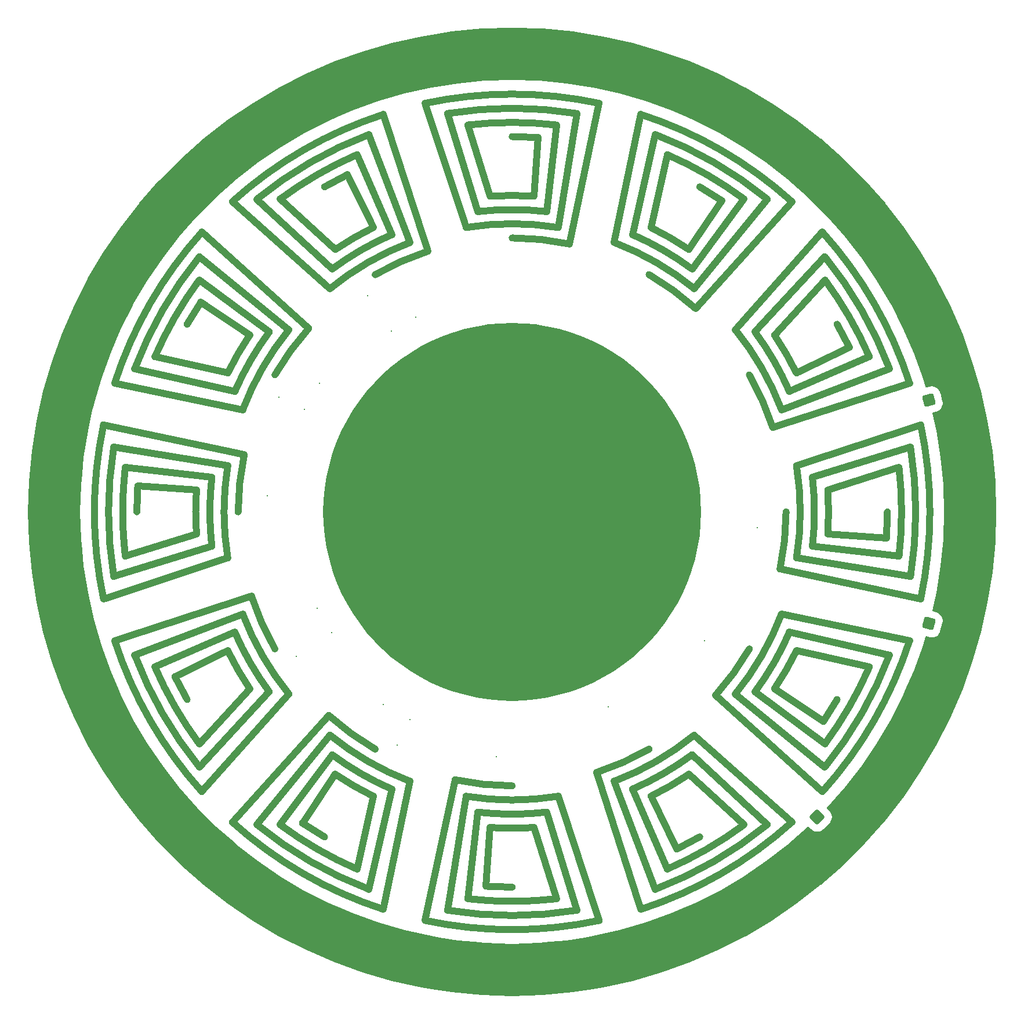
<source format=gbr>
%TF.GenerationSoftware,KiCad,Pcbnew,7.99.0-3356-g00904e8e23*%
%TF.CreationDate,2023-10-26T14:27:13+05:30*%
%TF.ProjectId,kimotor-project,6b696d6f-746f-4722-9d70-726f6a656374,rev?*%
%TF.SameCoordinates,Original*%
%TF.FileFunction,Copper,L3,Inr*%
%TF.FilePolarity,Positive*%
%FSLAX46Y46*%
G04 Gerber Fmt 4.6, Leading zero omitted, Abs format (unit mm)*
G04 Created by KiCad (PCBNEW 7.99.0-3356-g00904e8e23) date 2023-10-26 14:27:13*
%MOMM*%
%LPD*%
G01*
G04 APERTURE LIST*
G04 Aperture macros list*
%AMRoundRect*
0 Rectangle with rounded corners*
0 $1 Rounding radius*
0 $2 $3 $4 $5 $6 $7 $8 $9 X,Y pos of 4 corners*
0 Add a 4 corners polygon primitive as box body*
4,1,4,$2,$3,$4,$5,$6,$7,$8,$9,$2,$3,0*
0 Add four circle primitives for the rounded corners*
1,1,$1+$1,$2,$3*
1,1,$1+$1,$4,$5*
1,1,$1+$1,$6,$7*
1,1,$1+$1,$8,$9*
0 Add four rect primitives between the rounded corners*
20,1,$1+$1,$2,$3,$4,$5,0*
20,1,$1+$1,$4,$5,$6,$7,0*
20,1,$1+$1,$6,$7,$8,$9,0*
20,1,$1+$1,$8,$9,$2,$3,0*%
G04 Aperture macros list end*
%TA.AperFunction,ComponentPad*%
%ADD10RoundRect,0.250000X-0.734847X-0.424264X0.424264X-0.734847X0.734847X0.424264X-0.424264X0.734847X0*%
%TD*%
%TA.AperFunction,ComponentPad*%
%ADD11RoundRect,0.250000X-0.848528X0.000000X0.000000X-0.848528X0.848528X0.000000X0.000000X0.848528X0*%
%TD*%
%TA.AperFunction,ComponentPad*%
%ADD12RoundRect,0.250000X-0.424264X-0.734847X0.734847X-0.424264X0.424264X0.734847X-0.734847X0.424264X0*%
%TD*%
%TA.AperFunction,ViaPad*%
%ADD13C,0.250000*%
%TD*%
%TA.AperFunction,Conductor*%
%ADD14C,1.034000*%
%TD*%
G04 APERTURE END LIST*
D10*
%TO.N,coil*%
%TO.C,T2*%
X60853327Y-16305599D03*
%TD*%
D11*
%TO.N,coil*%
%TO.C,T3*%
X44547727Y-44547727D03*
%TD*%
%TO.N,coil*%
%TO.C,T3*%
X44547727Y-44547727D03*
%TD*%
D12*
%TO.N,coil*%
%TO.C,T1*%
X60853327Y16305599D03*
%TD*%
D10*
%TO.N,coil*%
%TO.C,T2*%
X60853327Y-16305599D03*
%TD*%
D12*
%TO.N,coil*%
%TO.C,T1*%
X60853327Y16305599D03*
%TD*%
D13*
%TO.N,coil*%
X-2345617Y-35787212D03*
X-16776894Y-34020176D03*
X-34020176Y16776894D03*
X-14947588Y-30310711D03*
X35787212Y-2345617D03*
X-18776051Y-28100347D03*
X-14947588Y-30310711D03*
X-21073890Y31539305D03*
X-30310711Y14947588D03*
X-26380867Y-17627132D03*
X-30310711Y14947588D03*
X-21073890Y31539305D03*
X-14032935Y28455978D03*
X-2345617Y-35787212D03*
X14032935Y-28455978D03*
X-35787212Y2345617D03*
X-17627132Y26380867D03*
X-17627132Y26380867D03*
X-28100347Y18776051D03*
X-18776051Y-28100347D03*
X-31539305Y-21073890D03*
X-35787212Y2345617D03*
X-14032935Y28455978D03*
X28100347Y-18776051D03*
X-16776894Y-34020176D03*
X-28100347Y18776051D03*
X-28455978Y-14032935D03*
X14032935Y-28455978D03*
X-34020176Y16776894D03*
X28100347Y-18776051D03*
X-28455978Y-14032935D03*
X-26380867Y-17627132D03*
X35787212Y-2345617D03*
X-31539305Y-21073890D03*
X34641016Y20000000D03*
X-40000000Y0D03*
X34641016Y-19999999D03*
X20000000Y-34641016D03*
X0Y-40000000D03*
X34641016Y-19999999D03*
X-20000000Y34641016D03*
X0Y40000000D03*
X20000000Y-34641016D03*
X-40000000Y0D03*
X-34641016Y19999999D03*
X-20000000Y34641016D03*
X-20000000Y34641016D03*
X40000000Y0D03*
X0Y-40000000D03*
X19999999Y34641016D03*
X-40000000Y0D03*
X19999999Y34641016D03*
X0Y-40000000D03*
X-34641016Y-20000000D03*
X-34641016Y-20000000D03*
X-19999999Y-34641016D03*
X-19999999Y-34641016D03*
X20000000Y-34641016D03*
X34641016Y20000000D03*
X-19999999Y-34641016D03*
X-34641016Y-20000000D03*
X40000000Y0D03*
X-34641016Y19999999D03*
X-34641016Y19999999D03*
X0Y40000000D03*
X0Y40000000D03*
X34641016Y20000000D03*
X19999999Y34641016D03*
X40000000Y0D03*
X34641016Y-19999999D03*
X-47454728Y27397999D03*
X-47454728Y-27398000D03*
X27397999Y47454728D03*
X-27397999Y-47454728D03*
X-54796000Y0D03*
X-27397999Y-47454728D03*
X-54796000Y0D03*
X47454728Y-27397999D03*
X0Y-54796000D03*
X0Y-54796000D03*
X-47454728Y27397999D03*
X47454728Y-27397999D03*
X54796000Y0D03*
X0Y54796000D03*
X-47454728Y-27398000D03*
X47454728Y-27397999D03*
X-27398000Y47454728D03*
X27397999Y47454728D03*
X0Y54796000D03*
X27398000Y-47454728D03*
X54796000Y0D03*
X0Y-54796000D03*
X54796000Y0D03*
X-54796000Y0D03*
X47454728Y27398000D03*
X0Y54796000D03*
X-27398000Y47454728D03*
X-27398000Y47454728D03*
X27398000Y-47454728D03*
X-27397999Y-47454728D03*
X47454728Y27398000D03*
X27397999Y47454728D03*
X-47454728Y27397999D03*
X47454728Y27398000D03*
X-47454728Y-27398000D03*
X27398000Y-47454728D03*
%TD*%
D14*
%TO.N,coil*%
X-12336451Y38050124D02*
X-18813088Y58026439D01*
X-9441181Y58170823D02*
X-5021738Y43849385D01*
X38050124Y12336451D02*
X58026439Y18813088D01*
X14925751Y-39331140D02*
X20909108Y-55098001D01*
X-33850475Y45690915D02*
X-25815475Y38319327D01*
X45690915Y33850475D02*
X38319327Y25815475D01*
X45305832Y40845826D02*
X32591649Y26598890D01*
X55098001Y-20909108D02*
X40485551Y-17575739D01*
X45305832Y40845826D02*
X32591649Y26598890D01*
X56494731Y6469914D02*
X46093248Y3197193D01*
X-39331140Y-14925751D02*
X-55098001Y-20909108D01*
X32591649Y-26598890D02*
X45656819Y-37261715D01*
X8341382Y39120600D02*
X12720607Y59658915D01*
X-37261715Y45656819D02*
X-26273645Y35463812D01*
X-26273645Y-35463812D02*
X-33850475Y-45690915D01*
X-45305832Y-40845826D02*
X-32591649Y-26598890D01*
X-18813088Y-58026439D02*
X-14925751Y-39331140D01*
X38050124Y12336451D02*
X58026439Y18813088D01*
X-3197193Y-46093248D02*
X-3791737Y-54664653D01*
X38319327Y-25815475D02*
X45445109Y-30616067D01*
X20277773Y-41516521D02*
X24048585Y-49236847D01*
X56494731Y6469914D02*
X46093248Y3197193D01*
X29708742Y-26784148D02*
X45305832Y-40845826D01*
X26598890Y32591649D02*
X37261715Y45656819D01*
X32591649Y-26598890D02*
X45656819Y-37261715D01*
X-6739490Y-41524642D02*
X-9441181Y-58170823D01*
X-46093248Y3197193D02*
X-54664653Y3791737D01*
X-40845826Y45305832D02*
X-26598890Y32591649D01*
X-45690915Y-33850475D02*
X-38319327Y-25815475D01*
X-37261715Y45656819D02*
X-26273645Y35463812D01*
X-45690915Y-33850475D02*
X-38319327Y-25815475D01*
X-52160829Y22644255D02*
X-41516521Y20277773D01*
X18813088Y58026439D02*
X14925751Y39331140D01*
X-38319327Y25815475D02*
X-45445109Y30616067D01*
X-41524642Y6739490D02*
X-58170823Y9441181D01*
X-59658915Y-12720607D02*
X-41524642Y-6739490D01*
X26784148Y29708742D02*
X40845826Y45305832D01*
X3197193Y46093248D02*
X3791737Y54664653D01*
X35463812Y-26273645D02*
X45690915Y-33850475D01*
X-26598890Y-32591649D02*
X-37261715Y-45656819D01*
X-55098001Y20909108D02*
X-40485551Y17575739D01*
X26784148Y29708742D02*
X40845826Y45305832D01*
X-25815475Y-38319327D02*
X-30616067Y-45445109D01*
X-56494731Y-6469914D02*
X-46093248Y-3197193D01*
X46093248Y-3197193D02*
X54664653Y-3791737D01*
X-26273645Y-35463812D02*
X-33850475Y-45690915D01*
X9441181Y-58170823D02*
X5021738Y-43849385D01*
X-39120600Y8341382D02*
X-59658915Y12720607D01*
X-45656819Y-37261715D02*
X-35463812Y-26273645D01*
X-20909108Y-55098001D02*
X-17575739Y-40485551D01*
X6739490Y41524642D02*
X9441181Y58170823D01*
X38319327Y-25815475D02*
X45445109Y-30616067D01*
X-38319327Y25815475D02*
X-45445109Y30616067D01*
X59658915Y12720607D02*
X41524642Y6739490D01*
X-26784148Y-29708742D02*
X-40845826Y-45305832D01*
X38050124Y12336451D02*
X58026439Y18813088D01*
X-14925751Y39331140D02*
X-20909108Y55098001D01*
X29708742Y-26784148D02*
X45305832Y-40845826D01*
X-58170823Y-9441181D02*
X-43849385Y-5021738D01*
X-26784148Y-29708742D02*
X-40845826Y-45305832D01*
X26273645Y35463812D02*
X33850475Y45690915D01*
X20277773Y-41516521D02*
X24048585Y-49236847D01*
X41516521Y20277773D02*
X49236847Y24048585D01*
X-45305832Y-40845826D02*
X-32591649Y-26598890D01*
X-12720607Y59658915D02*
X-6739490Y41524642D01*
X14925751Y-39331140D02*
X20909108Y-55098001D01*
X-40485551Y-17575739D02*
X-52160829Y-22644255D01*
X33850475Y-45690915D02*
X25815475Y-38319327D01*
X-58026439Y18813088D02*
X-39331140Y14925751D01*
X-37261715Y45656819D02*
X-26273645Y35463812D01*
X8341382Y39120600D02*
X12720607Y59658915D01*
X59658915Y12720607D02*
X41524642Y6739490D01*
X-58170823Y-9441181D02*
X-43849385Y-5021738D01*
X-6469914Y56494731D02*
X-3197193Y46093248D01*
X6469914Y-56494731D02*
X3197193Y-46093248D01*
X-22644255Y-52160829D02*
X-20277773Y-41516521D01*
X41516521Y20277773D02*
X49236847Y24048585D01*
X-38050124Y-12336451D02*
X-58026439Y-18813088D01*
X41516521Y20277773D02*
X49236847Y24048585D01*
X20277773Y-41516521D02*
X24048585Y-49236847D01*
X-29708742Y26784148D02*
X-45305832Y40845826D01*
X46093248Y-3197193D02*
X54664653Y-3791737D01*
X-6739490Y-41524642D02*
X-9441181Y-58170823D01*
X12336451Y-38050124D02*
X18813088Y-58026439D01*
X26273645Y35463812D02*
X33850475Y45690915D01*
X-20277773Y41516521D02*
X-24048585Y49236847D01*
X-3197193Y-46093248D02*
X-3791737Y-54664653D01*
X-22644255Y-52160829D02*
X-20277773Y-41516521D01*
X22644255Y52160829D02*
X20277773Y41516521D01*
X25815475Y38319327D02*
X30616067Y45445109D01*
X-45656819Y-37261715D02*
X-35463812Y-26273645D01*
X12336451Y-38050124D02*
X18813088Y-58026439D01*
X18813088Y58026439D02*
X14925751Y39331140D01*
X20909108Y55098001D02*
X17575739Y40485551D01*
X-56494731Y-6469914D02*
X-46093248Y-3197193D01*
X39331140Y14925751D02*
X55098001Y20909108D01*
X-9441181Y58170823D02*
X-5021738Y43849385D01*
X-6469914Y56494731D02*
X-3197193Y46093248D01*
X-40485551Y-17575739D02*
X-52160829Y-22644255D01*
X3197193Y46093248D02*
X3791737Y54664653D01*
X6469914Y-56494731D02*
X3197193Y-46093248D01*
X41524642Y-6739490D02*
X58170823Y-9441181D01*
X-58170823Y-9441181D02*
X-43849385Y-5021738D01*
X-25815475Y-38319327D02*
X-30616067Y-45445109D01*
X56494731Y6469914D02*
X46093248Y3197193D01*
X-55098001Y20909108D02*
X-40485551Y17575739D01*
X43849385Y-5021738D02*
X56494731Y-6469914D01*
X-38319327Y25815475D02*
X-45445109Y30616067D01*
X-29708742Y26784148D02*
X-45305832Y40845826D01*
X-40845826Y45305832D02*
X-26598890Y32591649D01*
X43849385Y-5021738D02*
X56494731Y-6469914D01*
X58170823Y9441181D02*
X43849385Y5021738D01*
X-58026439Y18813088D02*
X-39331140Y14925751D01*
X20909108Y55098001D02*
X17575739Y40485551D01*
X40845826Y-45305832D02*
X26598890Y-32591649D01*
X45656819Y37261715D02*
X35463812Y26273645D01*
X40485551Y17575739D02*
X52160829Y22644255D01*
X-20909108Y-55098001D02*
X-17575739Y-40485551D01*
X3197193Y46093248D02*
X3791737Y54664653D01*
X9441181Y-58170823D02*
X5021738Y-43849385D01*
X-26598890Y-32591649D02*
X-37261715Y-45656819D01*
X58170823Y9441181D02*
X43849385Y5021738D01*
X58170823Y9441181D02*
X43849385Y5021738D01*
X38319327Y-25815475D02*
X45445109Y-30616067D01*
X39120600Y-8341382D02*
X59658915Y-12720607D01*
X17575739Y-40485551D02*
X22644255Y-52160829D01*
X35463812Y-26273645D02*
X45690915Y-33850475D01*
X-45305832Y-40845826D02*
X-32591649Y-26598890D01*
X35463812Y-26273645D02*
X45690915Y-33850475D01*
X-43849385Y5021738D02*
X-56494731Y6469914D01*
X40485551Y17575739D02*
X52160829Y22644255D01*
X-38050124Y-12336451D02*
X-58026439Y-18813088D01*
X6469914Y-56494731D02*
X3197193Y-46093248D01*
X26598890Y32591649D02*
X37261715Y45656819D01*
X37261715Y-45656819D02*
X26273645Y-35463812D01*
X58026439Y-18813088D02*
X39331140Y-14925751D01*
X-26273645Y-35463812D02*
X-33850475Y-45690915D01*
X-12720607Y59658915D02*
X-6739490Y41524642D01*
X-26784148Y-29708742D02*
X-40845826Y-45305832D01*
X-45690915Y-33850475D02*
X-38319327Y-25815475D01*
X45690915Y33850475D02*
X38319327Y25815475D01*
X39331140Y14925751D02*
X55098001Y20909108D01*
X-41516521Y-20277773D02*
X-49236847Y-24048585D01*
X55098001Y-20909108D02*
X40485551Y-17575739D01*
X52160829Y-22644255D02*
X41516521Y-20277773D01*
X41524642Y-6739490D02*
X58170823Y-9441181D01*
X58026439Y-18813088D02*
X39331140Y-14925751D01*
X-43849385Y5021738D02*
X-56494731Y6469914D01*
X-41516521Y-20277773D02*
X-49236847Y-24048585D01*
X-8341382Y-39120600D02*
X-12720607Y-59658915D01*
X55098001Y-20909108D02*
X40485551Y-17575739D01*
X-26598890Y-32591649D02*
X-37261715Y-45656819D01*
X5021738Y43849385D02*
X6469914Y56494731D01*
X-55098001Y20909108D02*
X-40485551Y17575739D01*
X52160829Y-22644255D02*
X41516521Y-20277773D01*
X33850475Y-45690915D02*
X25815475Y-38319327D01*
X6739490Y41524642D02*
X9441181Y58170823D01*
X17575739Y-40485551D02*
X22644255Y-52160829D01*
X-58026439Y18813088D02*
X-39331140Y14925751D01*
X9441181Y-58170823D02*
X5021738Y-43849385D01*
X-6469914Y56494731D02*
X-3197193Y46093248D01*
X-12336451Y38050124D02*
X-18813088Y58026439D01*
X22644255Y52160829D02*
X20277773Y41516521D01*
X18813088Y58026439D02*
X14925751Y39331140D01*
X22644255Y52160829D02*
X20277773Y41516521D01*
X-5021738Y-43849385D02*
X-6469914Y-56494731D01*
X39331140Y14925751D02*
X55098001Y20909108D01*
X-41524642Y6739490D02*
X-58170823Y9441181D01*
X33850475Y-45690915D02*
X25815475Y-38319327D01*
X40845826Y-45305832D02*
X26598890Y-32591649D01*
X45656819Y37261715D02*
X35463812Y26273645D01*
X26784148Y29708742D02*
X40845826Y45305832D01*
X-17575739Y40485551D02*
X-22644255Y52160829D01*
X-9441181Y58170823D02*
X-5021738Y43849385D01*
X52160829Y-22644255D02*
X41516521Y-20277773D01*
X-38050124Y-12336451D02*
X-58026439Y-18813088D01*
X45305832Y40845826D02*
X32591649Y26598890D01*
X-3197193Y-46093248D02*
X-3791737Y-54664653D01*
X20909108Y55098001D02*
X17575739Y40485551D01*
X6739490Y41524642D02*
X9441181Y58170823D01*
X-43849385Y5021738D02*
X-56494731Y6469914D01*
X-20909108Y-55098001D02*
X-17575739Y-40485551D01*
X5021738Y43849385D02*
X6469914Y56494731D01*
X-46093248Y3197193D02*
X-54664653Y3791737D01*
X-41516521Y-20277773D02*
X-49236847Y-24048585D01*
X29708742Y-26784148D02*
X45305832Y-40845826D01*
X-14925751Y39331140D02*
X-20909108Y55098001D01*
X40845826Y-45305832D02*
X26598890Y-32591649D01*
X-40845826Y45305832D02*
X-26598890Y32591649D01*
X37261715Y-45656819D02*
X26273645Y-35463812D01*
X41524642Y-6739490D02*
X58170823Y-9441181D01*
X37261715Y-45656819D02*
X26273645Y-35463812D01*
X-12720607Y59658915D02*
X-6739490Y41524642D01*
X-35463812Y26273645D02*
X-45690915Y33850475D01*
X-56494731Y-6469914D02*
X-46093248Y-3197193D01*
X12720607Y-59658915D02*
X6739490Y-41524642D01*
X-33850475Y45690915D02*
X-25815475Y38319327D01*
X-33850475Y45690915D02*
X-25815475Y38319327D01*
X26598890Y32591649D02*
X37261715Y45656819D01*
X-32591649Y26598890D02*
X-45656819Y37261715D01*
X-32591649Y26598890D02*
X-45656819Y37261715D01*
X12720607Y-59658915D02*
X6739490Y-41524642D01*
X59658915Y12720607D02*
X41524642Y6739490D01*
X-20277773Y41516521D02*
X-24048585Y49236847D01*
X-8341382Y-39120600D02*
X-12720607Y-59658915D01*
X12336451Y-38050124D02*
X18813088Y-58026439D01*
X-46093248Y3197193D02*
X-54664653Y3791737D01*
X-35463812Y26273645D02*
X-45690915Y33850475D01*
X39120600Y-8341382D02*
X59658915Y-12720607D01*
X-8341382Y-39120600D02*
X-12720607Y-59658915D01*
X-59658915Y-12720607D02*
X-41524642Y-6739490D01*
X-35463812Y26273645D02*
X-45690915Y33850475D01*
X26273645Y35463812D02*
X33850475Y45690915D01*
X-39331140Y-14925751D02*
X-55098001Y-20909108D01*
X25815475Y38319327D02*
X30616067Y45445109D01*
X25815475Y38319327D02*
X30616067Y45445109D01*
X-45656819Y-37261715D02*
X-35463812Y-26273645D01*
X8341382Y39120600D02*
X12720607Y59658915D01*
X-18813088Y-58026439D02*
X-14925751Y-39331140D01*
X-29708742Y26784148D02*
X-45305832Y40845826D01*
X40485551Y17575739D02*
X52160829Y22644255D01*
X-39120600Y8341382D02*
X-59658915Y12720607D01*
X12720607Y-59658915D02*
X6739490Y-41524642D01*
X32591649Y-26598890D02*
X45656819Y-37261715D01*
X-14925751Y39331140D02*
X-20909108Y55098001D01*
X-39120600Y8341382D02*
X-59658915Y12720607D01*
X-39331140Y-14925751D02*
X-55098001Y-20909108D01*
X-41524642Y6739490D02*
X-58170823Y9441181D01*
X5021738Y43849385D02*
X6469914Y56494731D01*
X-59658915Y-12720607D02*
X-41524642Y-6739490D01*
X17575739Y-40485551D02*
X22644255Y-52160829D01*
X39120600Y-8341382D02*
X59658915Y-12720607D01*
X-40485551Y-17575739D02*
X-52160829Y-22644255D01*
X-32591649Y26598890D02*
X-45656819Y37261715D01*
X14925751Y-39331140D02*
X20909108Y-55098001D01*
X-18813088Y-58026439D02*
X-14925751Y-39331140D01*
X-17575739Y40485551D02*
X-22644255Y52160829D01*
X-17575739Y40485551D02*
X-22644255Y52160829D01*
X-52160829Y22644255D02*
X-41516521Y20277773D01*
X-25815475Y-38319327D02*
X-30616067Y-45445109D01*
X-22644255Y-52160829D02*
X-20277773Y-41516521D01*
X43849385Y-5021738D02*
X56494731Y-6469914D01*
X-12336451Y38050124D02*
X-18813088Y58026439D01*
X-5021738Y-43849385D02*
X-6469914Y-56494731D01*
X-6739490Y-41524642D02*
X-9441181Y-58170823D01*
X45690915Y33850475D02*
X38319327Y25815475D01*
X-52160829Y22644255D02*
X-41516521Y20277773D01*
X46093248Y-3197193D02*
X54664653Y-3791737D01*
X45656819Y37261715D02*
X35463812Y26273645D01*
X-5021738Y-43849385D02*
X-6469914Y-56494731D01*
X-20277773Y41516521D02*
X-24048585Y49236847D01*
X58026439Y-18813088D02*
X39331140Y-14925751D01*
X45690914Y-33850474D02*
G75*
G03*
X52160828Y-22644255I-45690914J33850474D01*
G01*
X37261715Y45656819D02*
G75*
G03*
X20909108Y55098001I-37261705J-45656799D01*
G01*
X-41524642Y-6739490D02*
G75*
G02*
X-41524642Y6739490I41524637J6739490D01*
G01*
X58026439Y18813088D02*
G75*
G03*
X45305832Y40845826I-58026439J-18813088D01*
G01*
X-24048585Y49236847D02*
G75*
G03*
X-27398001Y47454730I24048585J-49236947D01*
G01*
X-30616067Y-45445109D02*
G75*
G03*
X-27397998Y-47454726I30616167J45445309D01*
G01*
X38319326Y25815475D02*
G75*
G02*
X41516520Y20277773I-38319431J-25815538D01*
G01*
X-6739490Y41524642D02*
G75*
G02*
X6739490Y41524642I6739490J-41524637D01*
G01*
X-20000000Y34641015D02*
G75*
G02*
X-12336451Y38050124I20000000J-34641015D01*
G01*
X-9441181Y-58170822D02*
G75*
G03*
X9441181Y-58170822I9441181J58170772D01*
G01*
X5021738Y-43849384D02*
G75*
G02*
X-5021738Y-43849384I-5021738J43849247D01*
G01*
X-20000000Y34641015D02*
G75*
G02*
X-12336451Y38050124I20000000J-34641015D01*
G01*
X-20909108Y55098001D02*
G75*
G03*
X-37261715Y45656819I20909076J-55097947D01*
G01*
X-59658915Y12720607D02*
G75*
G03*
X-59658915Y-12720607I59658908J-12720607D01*
G01*
X-6739490Y41524642D02*
G75*
G02*
X6739490Y41524642I6739490J-41524637D01*
G01*
X40845825Y45305831D02*
G75*
G03*
X18813088Y58026438I-40845832J-45305843D01*
G01*
X26598890Y-32591649D02*
G75*
G02*
X14925751Y-39331140I-26598893J32591648D01*
G01*
X45305831Y-40845825D02*
G75*
G03*
X58026438Y-18813088I-45305843J40845832D01*
G01*
X33850474Y45690914D02*
G75*
G03*
X22644255Y52160828I-33850474J-45690914D01*
G01*
X49236846Y24048585D02*
G75*
G03*
X47454727Y27398000I-49236917J-24048612D01*
G01*
X0Y-40000000D02*
G75*
G02*
X-8341382Y-39120600I10J40000100D01*
G01*
X3197193Y-46093248D02*
G75*
G02*
X-3197193Y-46093248I-3197193J46092969D01*
G01*
X41524641Y6739490D02*
G75*
G02*
X41524641Y-6739490I-41524641J-6739490D01*
G01*
X-40485550Y17575739D02*
G75*
G02*
X-35463811Y26273645I40485514J-17575722D01*
G01*
X3791737Y54664653D02*
G75*
G03*
X0Y54796000I-3791748J-54664744D01*
G01*
X43849384Y5021738D02*
G75*
G02*
X43849384Y-5021738I-43849284J-5021738D01*
G01*
X-24048585Y49236847D02*
G75*
G03*
X-27398001Y47454730I24048585J-49236947D01*
G01*
X9441181Y58170822D02*
G75*
G03*
X-9441181Y58170822I-9441181J-58170772D01*
G01*
X59658914Y-12720607D02*
G75*
G03*
X59658914Y12720607I-59658914J12720607D01*
G01*
X37261715Y45656819D02*
G75*
G03*
X20909108Y55098001I-37261705J-45656799D01*
G01*
X24048585Y-49236846D02*
G75*
G03*
X27398000Y-47454727I-24048612J49236917D01*
G01*
X24048585Y-49236846D02*
G75*
G03*
X27398000Y-47454727I-24048612J49236917D01*
G01*
X18813088Y-58026439D02*
G75*
G03*
X40845826Y-45305832I-18813088J58026439D01*
G01*
X-41516521Y20277773D02*
G75*
G02*
X-38319324Y25815473I41516821J-20277973D01*
G01*
X-26598889Y32591648D02*
G75*
G02*
X-14925750Y39331138I26598889J-32591648D01*
G01*
X-34641016Y19999999D02*
G75*
G02*
X-29708742Y26784148I34640991J-19999982D01*
G01*
X55098000Y20909108D02*
G75*
G03*
X45656819Y37261715I-55097950J-20909078D01*
G01*
X20909108Y-55098000D02*
G75*
G03*
X37261715Y-45656819I-20909078J55097950D01*
G01*
X30616067Y45445109D02*
G75*
G03*
X27397999Y47454728I-30616210J-45445322D01*
G01*
X-17575739Y-40485550D02*
G75*
G02*
X-26273645Y-35463811I17575722J40485514D01*
G01*
X46093248Y3197193D02*
G75*
G02*
X46093248Y-3197193I-46092948J-3197193D01*
G01*
X-40485550Y17575739D02*
G75*
G02*
X-35463811Y26273645I40485514J-17575722D01*
G01*
X39331139Y-14925751D02*
G75*
G02*
X32591648Y-26598889I-39331172J14925774D01*
G01*
X-40485550Y17575739D02*
G75*
G02*
X-35463811Y26273645I40485514J-17575722D01*
G01*
X49236846Y24048585D02*
G75*
G03*
X47454727Y27398000I-49236917J-24048612D01*
G01*
X-22644255Y52160829D02*
G75*
G03*
X-33850475Y45690915I22644206J-52160745D01*
G01*
X-58170822Y9441181D02*
G75*
G03*
X-58170822Y-9441181I58170772J-9441181D01*
G01*
X-37261715Y-45656819D02*
G75*
G03*
X-20909108Y-55098001I37261703J45656798D01*
G01*
X30616067Y45445109D02*
G75*
G03*
X27397999Y47454728I-30616210J-45445322D01*
G01*
X-25815475Y38319327D02*
G75*
G02*
X-20277775Y41516525I25815575J-38319427D01*
G01*
X-20909108Y55098001D02*
G75*
G03*
X-37261715Y45656819I20909076J-55097947D01*
G01*
X-12720607Y-59658915D02*
G75*
G03*
X12720607Y-59658915I12720607J59658908D01*
G01*
X14925751Y39331139D02*
G75*
G02*
X26598889Y32591648I-14925774J-39331172D01*
G01*
X35463811Y26273645D02*
G75*
G02*
X40485549Y17575738I-35463711J-26273585D01*
G01*
X45445109Y-30616067D02*
G75*
G03*
X47454728Y-27397999I-45445322J30616210D01*
G01*
X-24048585Y49236847D02*
G75*
G03*
X-27398001Y47454730I24048585J-49236947D01*
G01*
X-20000000Y34641015D02*
G75*
G02*
X-12336451Y38050124I20000000J-34641015D01*
G01*
X20277773Y41516521D02*
G75*
G02*
X25815475Y38319327I-20277940J-41516806D01*
G01*
X-52160829Y-22644255D02*
G75*
G03*
X-45690915Y-33850475I52160745J22644206D01*
G01*
X-40845826Y-45305832D02*
G75*
G03*
X-18813088Y-58026440I40845836J45305842D01*
G01*
X40000000Y0D02*
G75*
G02*
X39120600Y-8341382I-40000101J11D01*
G01*
X-19999999Y-34641016D02*
G75*
G02*
X-26784148Y-29708742I19999982J34640991D01*
G01*
X-32591649Y-26598890D02*
G75*
G02*
X-39331140Y-14925751I32591648J26598893D01*
G01*
X41516521Y-20277773D02*
G75*
G02*
X38319327Y-25815475I-41516806J20277940D01*
G01*
X34641016Y-19999999D02*
G75*
G02*
X29708742Y-26784148I-34641016J19999999D01*
G01*
X43849384Y5021738D02*
G75*
G02*
X43849384Y-5021738I-43849284J-5021738D01*
G01*
X-59658915Y12720607D02*
G75*
G03*
X-59658915Y-12720607I59658908J-12720607D01*
G01*
X52160828Y22644255D02*
G75*
G03*
X45690915Y33850475I-52160748J-22644205D01*
G01*
X46093248Y3197193D02*
G75*
G02*
X46093248Y-3197193I-46092948J-3197193D01*
G01*
X-25815475Y38319327D02*
G75*
G02*
X-20277775Y41516525I25815575J-38319427D01*
G01*
X54664653Y-3791737D02*
G75*
G03*
X54796000Y0I-54664744J3791748D01*
G01*
X-35463811Y-26273645D02*
G75*
G02*
X-40485550Y-17575739I35463708J26273589D01*
G01*
X-34641016Y19999999D02*
G75*
G02*
X-29708742Y26784148I34640991J-19999982D01*
G01*
X-6469914Y-56494731D02*
G75*
G03*
X6469914Y-56494731I6469914J56494625D01*
G01*
X-3791737Y-54664653D02*
G75*
G03*
X0Y-54795999I3791737J54664753D01*
G01*
X59658914Y-12720607D02*
G75*
G03*
X59658914Y12720607I-59658914J12720607D01*
G01*
X-3791737Y-54664653D02*
G75*
G03*
X0Y-54795999I3791737J54664753D01*
G01*
X-22644255Y52160829D02*
G75*
G03*
X-33850475Y45690915I22644206J-52160745D01*
G01*
X0Y-40000000D02*
G75*
G02*
X-8341382Y-39120600I10J40000100D01*
G01*
X17575739Y40485551D02*
G75*
G02*
X26273645Y35463812I-17575739J-40485551D01*
G01*
X34641016Y-19999999D02*
G75*
G02*
X29708742Y-26784148I-34641016J19999999D01*
G01*
X-43849384Y-5021738D02*
G75*
G02*
X-43849384Y5021738I43849247J5021738D01*
G01*
X40000000Y0D02*
G75*
G02*
X39120600Y-8341382I-40000101J11D01*
G01*
X-39331140Y14925751D02*
G75*
G02*
X-32591649Y26598890I39331170J-14925771D01*
G01*
X54664653Y-3791737D02*
G75*
G03*
X54796000Y0I-54664744J3791748D01*
G01*
X-3197193Y46093248D02*
G75*
G02*
X3197193Y46093248I3197193J-46092969D01*
G01*
X-38319327Y-25815475D02*
G75*
G02*
X-41516525Y-20277775I38319427J25815575D01*
G01*
X32591648Y26598889D02*
G75*
G02*
X39331138Y14925750I-32591648J-26598889D01*
G01*
X-55098001Y-20909108D02*
G75*
G03*
X-45656819Y-37261715I55097947J20909076D01*
G01*
X-46093248Y-3197193D02*
G75*
G02*
X-46093248Y3197193I46092969J3197193D01*
G01*
X-45445109Y30616067D02*
G75*
G03*
X-47454726Y27397998I45445309J-30616167D01*
G01*
X25815475Y-38319326D02*
G75*
G02*
X20277773Y-41516520I-25815538J38319431D01*
G01*
X22644255Y-52160828D02*
G75*
G03*
X33850475Y-45690915I-22644205J52160748D01*
G01*
X6739490Y-41524642D02*
G75*
G02*
X-6739490Y-41524642I-6739490J41524637D01*
G01*
X-26598889Y32591648D02*
G75*
G02*
X-14925750Y39331138I26598889J-32591648D01*
G01*
X20909108Y-55098000D02*
G75*
G03*
X37261715Y-45656819I-20909078J55097950D01*
G01*
X-30616067Y-45445109D02*
G75*
G03*
X-27397998Y-47454726I30616167J45445309D01*
G01*
X-18813088Y58026439D02*
G75*
G03*
X-40845826Y45305832I18813083J-58026431D01*
G01*
X3791737Y54664653D02*
G75*
G03*
X0Y54796000I-3791748J-54664744D01*
G01*
X-40845826Y-45305832D02*
G75*
G03*
X-18813088Y-58026440I40845836J45305842D01*
G01*
X-43849384Y-5021738D02*
G75*
G02*
X-43849384Y5021738I43849247J5021738D01*
G01*
X-39331140Y14925751D02*
G75*
G02*
X-32591649Y26598890I39331170J-14925771D01*
G01*
X-3197193Y46093248D02*
G75*
G02*
X3197193Y46093248I3197193J-46092969D01*
G01*
X35463811Y26273645D02*
G75*
G02*
X40485549Y17575738I-35463711J-26273585D01*
G01*
X-46093248Y-3197193D02*
G75*
G02*
X-46093248Y3197193I46092969J3197193D01*
G01*
X45445109Y-30616067D02*
G75*
G03*
X47454728Y-27397999I-45445322J30616210D01*
G01*
X45656819Y-37261715D02*
G75*
G03*
X55098001Y-20909108I-45656819J37261715D01*
G01*
X41516521Y-20277773D02*
G75*
G02*
X38319327Y-25815475I-41516806J20277940D01*
G01*
X-54664653Y3791737D02*
G75*
G03*
X-54795999Y0I54664753J-3791737D01*
G01*
X17575739Y40485551D02*
G75*
G02*
X26273645Y35463812I-17575739J-40485551D01*
G01*
X34641016Y20000000D02*
G75*
G02*
X38050124Y12336451I-34641021J-20000000D01*
G01*
X0Y-40000000D02*
G75*
G02*
X-8341382Y-39120600I10J40000100D01*
G01*
X34641016Y-19999999D02*
G75*
G02*
X29708742Y-26784148I-34641016J19999999D01*
G01*
X33850474Y45690914D02*
G75*
G03*
X22644255Y52160828I-33850474J-45690914D01*
G01*
X-46093248Y-3197193D02*
G75*
G02*
X-46093248Y3197193I46092969J3197193D01*
G01*
X6469914Y56494731D02*
G75*
G03*
X-6469914Y56494731I-6469914J-56494625D01*
G01*
X45690914Y-33850474D02*
G75*
G03*
X52160828Y-22644255I-45690914J33850474D01*
G01*
X-20909108Y55098001D02*
G75*
G03*
X-37261715Y45656819I20909076J-55097947D01*
G01*
X39331139Y-14925751D02*
G75*
G02*
X32591648Y-26598889I-39331172J14925774D01*
G01*
X-55098001Y-20909108D02*
G75*
G03*
X-45656819Y-37261715I55097947J20909076D01*
G01*
X56494730Y-6469914D02*
G75*
G03*
X56494730Y6469914I-56494630J6469914D01*
G01*
X45656819Y-37261715D02*
G75*
G03*
X55098001Y-20909108I-45656819J37261715D01*
G01*
X-3791737Y-54664653D02*
G75*
G03*
X0Y-54795999I3791737J54664753D01*
G01*
X-37261715Y-45656819D02*
G75*
G03*
X-20909108Y-55098001I37261703J45656798D01*
G01*
X-14925751Y-39331140D02*
G75*
G02*
X-26598890Y-32591649I14925771J39331170D01*
G01*
X39331139Y-14925751D02*
G75*
G02*
X32591648Y-26598889I-39331172J14925774D01*
G01*
X-17575739Y-40485550D02*
G75*
G02*
X-26273645Y-35463811I17575722J40485514D01*
G01*
X20277773Y41516521D02*
G75*
G02*
X25815475Y38319327I-20277940J-41516806D01*
G01*
X-45690915Y33850475D02*
G75*
G03*
X-52160829Y22644255I45690897J-33850465D01*
G01*
X49236846Y24048585D02*
G75*
G03*
X47454727Y27398000I-49236917J-24048612D01*
G01*
X40845825Y45305831D02*
G75*
G03*
X18813088Y58026438I-40845832J-45305843D01*
G01*
X-19999999Y-34641016D02*
G75*
G02*
X-26784148Y-29708742I19999982J34640991D01*
G01*
X-49236847Y-24048585D02*
G75*
G03*
X-47454730Y-27398001I49236947J24048585D01*
G01*
X-22644255Y52160829D02*
G75*
G03*
X-33850475Y45690915I22644206J-52160745D01*
G01*
X30616067Y45445109D02*
G75*
G03*
X27397999Y47454728I-30616210J-45445322D01*
G01*
X-54664653Y3791737D02*
G75*
G03*
X-54795999Y0I54664753J-3791737D01*
G01*
X38319326Y25815475D02*
G75*
G02*
X41516520Y20277773I-38319431J-25815538D01*
G01*
X-32591649Y-26598890D02*
G75*
G02*
X-39331140Y-14925751I32591648J26598893D01*
G01*
X-58026439Y-18813088D02*
G75*
G03*
X-45305832Y-40845826I58026431J18813083D01*
G01*
X37261715Y45656819D02*
G75*
G03*
X20909108Y55098001I-37261705J-45656799D01*
G01*
X-45656819Y37261715D02*
G75*
G03*
X-55098001Y20909108I45656798J-37261703D01*
G01*
X0Y40000000D02*
G75*
G02*
X8341382Y39120600I-11J-40000101D01*
G01*
X-45305832Y40845826D02*
G75*
G03*
X-58026439Y18813088I45305832J-40845826D01*
G01*
X32591648Y26598889D02*
G75*
G02*
X39331138Y14925750I-32591648J-26598889D01*
G01*
X56494730Y-6469914D02*
G75*
G03*
X56494730Y6469914I-56494630J6469914D01*
G01*
X40485551Y-17575739D02*
G75*
G02*
X35463812Y-26273645I-40485551J17575739D01*
G01*
X-14925751Y-39331140D02*
G75*
G02*
X-26598890Y-32591649I14925771J39331170D01*
G01*
X26598890Y-32591649D02*
G75*
G02*
X14925751Y-39331140I-26598893J32591648D01*
G01*
X-52160829Y-22644255D02*
G75*
G03*
X-45690915Y-33850475I52160745J22644206D01*
G01*
X-45305832Y40845826D02*
G75*
G03*
X-58026439Y18813088I45305832J-40845826D01*
G01*
X-54664653Y3791737D02*
G75*
G03*
X-54795999Y0I54664753J-3791737D01*
G01*
X-45445109Y30616067D02*
G75*
G03*
X-47454726Y27397998I45445309J-30616167D01*
G01*
X-56494731Y6469914D02*
G75*
G03*
X-56494731Y-6469914I56494625J-6469914D01*
G01*
X20909108Y-55098000D02*
G75*
G03*
X37261715Y-45656819I-20909078J55097950D01*
G01*
X0Y40000000D02*
G75*
G02*
X8341382Y39120600I-11J-40000101D01*
G01*
X9441181Y58170822D02*
G75*
G03*
X-9441181Y58170822I-9441181J-58170772D01*
G01*
X-17575739Y-40485550D02*
G75*
G02*
X-26273645Y-35463811I17575722J40485514D01*
G01*
X54664653Y-3791737D02*
G75*
G03*
X54796000Y0I-54664744J3791748D01*
G01*
X58170822Y-9441181D02*
G75*
G03*
X58170822Y9441181I-58170722J9441181D01*
G01*
X-40000000Y0D02*
G75*
G02*
X-39120600Y8341382I40000100J-10D01*
G01*
X-18813088Y58026439D02*
G75*
G03*
X-40845826Y45305832I18813083J-58026431D01*
G01*
X-34641015Y-20000000D02*
G75*
G02*
X-38050124Y-12336451I34641015J20000000D01*
G01*
X9441181Y58170822D02*
G75*
G03*
X-9441181Y58170822I-9441181J-58170772D01*
G01*
X18813088Y-58026439D02*
G75*
G03*
X40845826Y-45305832I-18813088J58026439D01*
G01*
X55098000Y20909108D02*
G75*
G03*
X45656819Y37261715I-55097950J-20909078D01*
G01*
X-59658915Y12720607D02*
G75*
G03*
X-59658915Y-12720607I59658908J-12720607D01*
G01*
X-49236847Y-24048585D02*
G75*
G03*
X-47454730Y-27398001I49236947J24048585D01*
G01*
X25815475Y-38319326D02*
G75*
G02*
X20277773Y-41516520I-25815538J38319431D01*
G01*
X-6469914Y-56494731D02*
G75*
G03*
X6469914Y-56494731I6469914J56494625D01*
G01*
X12720607Y59658915D02*
G75*
G03*
X-12720607Y59658915I-12720607J-59658908D01*
G01*
X14925751Y39331139D02*
G75*
G02*
X26598889Y32591648I-14925774J-39331172D01*
G01*
X26273645Y-35463811D02*
G75*
G02*
X17575738Y-40485549I-26273585J35463711D01*
G01*
X-58170822Y9441181D02*
G75*
G03*
X-58170822Y-9441181I58170772J-9441181D01*
G01*
X58026439Y18813088D02*
G75*
G03*
X45305832Y40845826I-58026439J-18813088D01*
G01*
X34641016Y20000000D02*
G75*
G02*
X38050124Y12336451I-34641021J-20000000D01*
G01*
X-45445109Y30616067D02*
G75*
G03*
X-47454726Y27397998I45445309J-30616167D01*
G01*
X-20277773Y-41516521D02*
G75*
G02*
X-25815473Y-38319324I20277973J41516821D01*
G01*
X19999999Y34641016D02*
G75*
G02*
X26784148Y29708742I-19999999J-34641016D01*
G01*
X3197193Y-46093248D02*
G75*
G02*
X-3197193Y-46093248I-3197193J46092969D01*
G01*
X19999999Y34641016D02*
G75*
G02*
X26784148Y29708742I-19999999J-34641016D01*
G01*
X43849384Y5021738D02*
G75*
G02*
X43849384Y-5021738I-43849284J-5021738D01*
G01*
X-5021738Y43849384D02*
G75*
G02*
X5021738Y43849384I5021738J-43849247D01*
G01*
X26598890Y-32591649D02*
G75*
G02*
X14925751Y-39331140I-26598893J32591648D01*
G01*
X-34641015Y-20000000D02*
G75*
G02*
X-38050124Y-12336451I34641015J20000000D01*
G01*
X-32591649Y-26598890D02*
G75*
G02*
X-39331140Y-14925751I32591648J26598893D01*
G01*
X-6739490Y41524642D02*
G75*
G02*
X6739490Y41524642I6739490J-41524637D01*
G01*
X22644255Y-52160828D02*
G75*
G03*
X33850475Y-45690915I-22644205J52160748D01*
G01*
X3197193Y-46093248D02*
G75*
G02*
X-3197193Y-46093248I-3197193J46092969D01*
G01*
X45656819Y-37261715D02*
G75*
G03*
X55098001Y-20909108I-45656819J37261715D01*
G01*
X41516521Y-20277773D02*
G75*
G02*
X38319327Y-25815475I-41516806J20277940D01*
G01*
X-26273645Y35463811D02*
G75*
G02*
X-17575739Y40485550I26273589J-35463708D01*
G01*
X40845825Y45305831D02*
G75*
G03*
X18813088Y58026438I-40845832J-45305843D01*
G01*
X-34641015Y-20000000D02*
G75*
G02*
X-38050124Y-12336451I34641015J20000000D01*
G01*
X-20277773Y-41516521D02*
G75*
G02*
X-25815473Y-38319324I20277973J41516821D01*
G01*
X17575739Y40485551D02*
G75*
G02*
X26273645Y35463812I-17575739J-40485551D01*
G01*
X-45305832Y40845826D02*
G75*
G03*
X-58026439Y18813088I45305832J-40845826D01*
G01*
X6469914Y56494731D02*
G75*
G03*
X-6469914Y56494731I-6469914J-56494625D01*
G01*
X6739490Y-41524642D02*
G75*
G02*
X-6739490Y-41524642I-6739490J41524637D01*
G01*
X-45690915Y33850475D02*
G75*
G03*
X-52160829Y22644255I45690897J-33850465D01*
G01*
X12720607Y59658915D02*
G75*
G03*
X-12720607Y59658915I-12720607J-59658908D01*
G01*
X26273645Y-35463811D02*
G75*
G02*
X17575738Y-40485549I-26273585J35463711D01*
G01*
X58170822Y-9441181D02*
G75*
G03*
X58170822Y9441181I-58170722J9441181D01*
G01*
X20000000Y-34641016D02*
G75*
G02*
X12336451Y-38050124I-20000000J34641021D01*
G01*
X34641016Y20000000D02*
G75*
G02*
X38050124Y12336451I-34641021J-20000000D01*
G01*
X5021738Y-43849384D02*
G75*
G02*
X-5021738Y-43849384I-5021738J43849247D01*
G01*
X41524641Y6739490D02*
G75*
G02*
X41524641Y-6739490I-41524641J-6739490D01*
G01*
X41524641Y6739490D02*
G75*
G02*
X41524641Y-6739490I-41524641J-6739490D01*
G01*
X-26273645Y35463811D02*
G75*
G02*
X-17575739Y40485550I26273589J-35463708D01*
G01*
X-41516521Y20277773D02*
G75*
G02*
X-38319324Y25815473I41516821J-20277973D01*
G01*
X-30616067Y-45445109D02*
G75*
G03*
X-27397998Y-47454726I30616167J45445309D01*
G01*
X18813088Y-58026439D02*
G75*
G03*
X40845826Y-45305832I-18813088J58026439D01*
G01*
X35463811Y26273645D02*
G75*
G02*
X40485549Y17575738I-35463711J-26273585D01*
G01*
X-40845826Y-45305832D02*
G75*
G03*
X-18813088Y-58026440I40845836J45305842D01*
G01*
X-5021738Y43849384D02*
G75*
G02*
X5021738Y43849384I5021738J-43849247D01*
G01*
X-56494731Y6469914D02*
G75*
G03*
X-56494731Y-6469914I56494625J-6469914D01*
G01*
X-41524642Y-6739490D02*
G75*
G02*
X-41524642Y6739490I41524637J6739490D01*
G01*
X45445109Y-30616067D02*
G75*
G03*
X47454728Y-27397999I-45445322J30616210D01*
G01*
X-45690915Y33850475D02*
G75*
G03*
X-52160829Y22644255I45690897J-33850465D01*
G01*
X59658914Y-12720607D02*
G75*
G03*
X59658914Y12720607I-59658914J12720607D01*
G01*
X-58170822Y9441181D02*
G75*
G03*
X-58170822Y-9441181I58170772J-9441181D01*
G01*
X-12720607Y-59658915D02*
G75*
G03*
X12720607Y-59658915I12720607J59658908D01*
G01*
X20277773Y41516521D02*
G75*
G02*
X25815475Y38319327I-20277940J-41516806D01*
G01*
X-33850475Y-45690915D02*
G75*
G03*
X-22644255Y-52160829I33850465J45690897D01*
G01*
X-49236847Y-24048585D02*
G75*
G03*
X-47454730Y-27398001I49236947J24048585D01*
G01*
X24048585Y-49236846D02*
G75*
G03*
X27398000Y-47454727I-24048612J49236917D01*
G01*
X25815475Y-38319326D02*
G75*
G02*
X20277773Y-41516520I-25815538J38319431D01*
G01*
X-39331140Y14925751D02*
G75*
G02*
X-32591649Y26598890I39331170J-14925771D01*
G01*
X-14925751Y-39331140D02*
G75*
G02*
X-26598890Y-32591649I14925771J39331170D01*
G01*
X55098000Y20909108D02*
G75*
G03*
X45656819Y37261715I-55097950J-20909078D01*
G01*
X-6469914Y-56494731D02*
G75*
G03*
X6469914Y-56494731I6469914J56494625D01*
G01*
X-43849384Y-5021738D02*
G75*
G02*
X-43849384Y5021738I43849247J5021738D01*
G01*
X46093248Y3197193D02*
G75*
G02*
X46093248Y-3197193I-46092948J-3197193D01*
G01*
X-20277773Y-41516521D02*
G75*
G02*
X-25815473Y-38319324I20277973J41516821D01*
G01*
X-5021738Y43849384D02*
G75*
G02*
X5021738Y43849384I5021738J-43849247D01*
G01*
X-18813088Y58026439D02*
G75*
G03*
X-40845826Y45305832I18813083J-58026431D01*
G01*
X20000000Y-34641016D02*
G75*
G02*
X12336451Y-38050124I-20000000J34641021D01*
G01*
X-45656819Y37261715D02*
G75*
G03*
X-55098001Y20909108I45656798J-37261703D01*
G01*
X38319326Y25815475D02*
G75*
G02*
X41516520Y20277773I-38319431J-25815538D01*
G01*
X-19999999Y-34641016D02*
G75*
G02*
X-26784148Y-29708742I19999982J34640991D01*
G01*
X58026439Y18813088D02*
G75*
G03*
X45305832Y40845826I-58026439J-18813088D01*
G01*
X52160828Y22644255D02*
G75*
G03*
X45690915Y33850475I-52160748J-22644205D01*
G01*
X-9441181Y-58170822D02*
G75*
G03*
X9441181Y-58170822I9441181J58170772D01*
G01*
X40000000Y0D02*
G75*
G02*
X39120600Y-8341382I-40000101J11D01*
G01*
X-38319327Y-25815475D02*
G75*
G02*
X-41516525Y-20277775I38319427J25815575D01*
G01*
X-34641016Y19999999D02*
G75*
G02*
X-29708742Y26784148I34640991J-19999982D01*
G01*
X33850474Y45690914D02*
G75*
G03*
X22644255Y52160828I-33850474J-45690914D01*
G01*
X-41524642Y-6739490D02*
G75*
G02*
X-41524642Y6739490I41524637J6739490D01*
G01*
X-55098001Y-20909108D02*
G75*
G03*
X-45656819Y-37261715I55097947J20909076D01*
G01*
X45690914Y-33850474D02*
G75*
G03*
X52160828Y-22644255I-45690914J33850474D01*
G01*
X-33850475Y-45690915D02*
G75*
G03*
X-22644255Y-52160829I33850465J45690897D01*
G01*
X-3197193Y46093248D02*
G75*
G02*
X3197193Y46093248I3197193J-46092969D01*
G01*
X-35463811Y-26273645D02*
G75*
G02*
X-40485550Y-17575739I35463708J26273589D01*
G01*
X-40000000Y0D02*
G75*
G02*
X-39120600Y8341382I40000100J-10D01*
G01*
X-37261715Y-45656819D02*
G75*
G03*
X-20909108Y-55098001I37261703J45656798D01*
G01*
X-38319327Y-25815475D02*
G75*
G02*
X-41516525Y-20277775I38319427J25815575D01*
G01*
X-33850475Y-45690915D02*
G75*
G03*
X-22644255Y-52160829I33850465J45690897D01*
G01*
X40485551Y-17575739D02*
G75*
G02*
X35463812Y-26273645I-40485551J17575739D01*
G01*
X20000000Y-34641016D02*
G75*
G02*
X12336451Y-38050124I-20000000J34641021D01*
G01*
X-40000000Y0D02*
G75*
G02*
X-39120600Y8341382I40000100J-10D01*
G01*
X58170822Y-9441181D02*
G75*
G03*
X58170822Y9441181I-58170722J9441181D01*
G01*
X-25815475Y38319327D02*
G75*
G02*
X-20277775Y41516525I25815575J-38319427D01*
G01*
X-52160829Y-22644255D02*
G75*
G03*
X-45690915Y-33850475I52160745J22644206D01*
G01*
X-12720607Y-59658915D02*
G75*
G03*
X12720607Y-59658915I12720607J59658908D01*
G01*
X-45656819Y37261715D02*
G75*
G03*
X-55098001Y20909108I45656798J-37261703D01*
G01*
X6739490Y-41524642D02*
G75*
G02*
X-6739490Y-41524642I-6739490J41524637D01*
G01*
X12720607Y59658915D02*
G75*
G03*
X-12720607Y59658915I-12720607J-59658908D01*
G01*
X-26598889Y32591648D02*
G75*
G02*
X-14925750Y39331138I26598889J-32591648D01*
G01*
X32591648Y26598889D02*
G75*
G02*
X39331138Y14925750I-32591648J-26598889D01*
G01*
X56494730Y-6469914D02*
G75*
G03*
X56494730Y6469914I-56494630J6469914D01*
G01*
X-58026439Y-18813088D02*
G75*
G03*
X-45305832Y-40845826I58026431J18813083D01*
G01*
X40485551Y-17575739D02*
G75*
G02*
X35463812Y-26273645I-40485551J17575739D01*
G01*
X6469914Y56494731D02*
G75*
G03*
X-6469914Y56494731I-6469914J-56494625D01*
G01*
X-41516521Y20277773D02*
G75*
G02*
X-38319324Y25815473I41516821J-20277973D01*
G01*
X14925751Y39331139D02*
G75*
G02*
X26598889Y32591648I-14925774J-39331172D01*
G01*
X3791737Y54664653D02*
G75*
G03*
X0Y54796000I-3791748J-54664744D01*
G01*
X45305831Y-40845825D02*
G75*
G03*
X58026438Y-18813088I-45305843J40845832D01*
G01*
X26273645Y-35463811D02*
G75*
G02*
X17575738Y-40485549I-26273585J35463711D01*
G01*
X19999999Y34641016D02*
G75*
G02*
X26784148Y29708742I-19999999J-34641016D01*
G01*
X0Y40000000D02*
G75*
G02*
X8341382Y39120600I-11J-40000101D01*
G01*
X45305831Y-40845825D02*
G75*
G03*
X58026438Y-18813088I-45305843J40845832D01*
G01*
X-35463811Y-26273645D02*
G75*
G02*
X-40485550Y-17575739I35463708J26273589D01*
G01*
X-58026439Y-18813088D02*
G75*
G03*
X-45305832Y-40845826I58026431J18813083D01*
G01*
X22644255Y-52160828D02*
G75*
G03*
X33850475Y-45690915I-22644205J52160748D01*
G01*
X-9441181Y-58170822D02*
G75*
G03*
X9441181Y-58170822I9441181J58170772D01*
G01*
X52160828Y22644255D02*
G75*
G03*
X45690915Y33850475I-52160748J-22644205D01*
G01*
X5021738Y-43849384D02*
G75*
G02*
X-5021738Y-43849384I-5021738J43849247D01*
G01*
X-26273645Y35463811D02*
G75*
G02*
X-17575739Y40485550I26273589J-35463708D01*
G01*
X-56494731Y6469914D02*
G75*
G03*
X-56494731Y-6469914I56494625J-6469914D01*
G01*
%TD*%
%TA.AperFunction,Conductor*%
%TO.N,gnd*%
G36*
X1730566Y27537614D02*
G01*
X1734454Y27537369D01*
X3456263Y27374609D01*
X3460128Y27374121D01*
X4571289Y27198131D01*
X5168300Y27103573D01*
X5172116Y27102846D01*
X6859960Y26725568D01*
X6863733Y26724599D01*
X8524519Y26242096D01*
X8528224Y26240892D01*
X10155453Y25655053D01*
X10159076Y25653619D01*
X11746313Y24966761D01*
X11749838Y24965102D01*
X13290814Y24179934D01*
X13294228Y24178058D01*
X14782856Y23297686D01*
X14786145Y23295599D01*
X16216561Y22323488D01*
X16219713Y22321198D01*
X17586251Y21261203D01*
X17589252Y21258720D01*
X18886569Y20114983D01*
X18889409Y20112316D01*
X20112316Y18889409D01*
X20114983Y18886569D01*
X21258720Y17589252D01*
X21261203Y17586251D01*
X22321198Y16219713D01*
X22323488Y16216561D01*
X23295599Y14786145D01*
X23297686Y14782856D01*
X24178058Y13294228D01*
X24179934Y13290814D01*
X24965102Y11749838D01*
X24966761Y11746313D01*
X25653619Y10159076D01*
X25655053Y10155453D01*
X26240892Y8528224D01*
X26242096Y8524519D01*
X26724599Y6863733D01*
X26725568Y6859960D01*
X27102846Y5172116D01*
X27103576Y5168289D01*
X27374121Y3460128D01*
X27374609Y3456263D01*
X27537369Y1734454D01*
X27537614Y1730566D01*
X27591938Y1948D01*
X27591938Y-1948D01*
X27537614Y-1730566D01*
X27537369Y-1734454D01*
X27374609Y-3456263D01*
X27374121Y-3460128D01*
X27103576Y-5168289D01*
X27102846Y-5172116D01*
X26725568Y-6859960D01*
X26724599Y-6863733D01*
X26242096Y-8524519D01*
X26240892Y-8528224D01*
X25655053Y-10155453D01*
X25653619Y-10159076D01*
X24966761Y-11746313D01*
X24965102Y-11749838D01*
X24179934Y-13290814D01*
X24178058Y-13294228D01*
X23297686Y-14782856D01*
X23295599Y-14786145D01*
X22323488Y-16216561D01*
X22321198Y-16219713D01*
X21261203Y-17586251D01*
X21258720Y-17589252D01*
X20114983Y-18886569D01*
X20112316Y-18889409D01*
X18889409Y-20112316D01*
X18886569Y-20114983D01*
X17589252Y-21258720D01*
X17586251Y-21261203D01*
X16219713Y-22321198D01*
X16216561Y-22323488D01*
X14786145Y-23295599D01*
X14782856Y-23297686D01*
X13294228Y-24178058D01*
X13290814Y-24179934D01*
X11749838Y-24965102D01*
X11746313Y-24966761D01*
X10159076Y-25653619D01*
X10155453Y-25655053D01*
X8528224Y-26240892D01*
X8524519Y-26242096D01*
X6863733Y-26724599D01*
X6859960Y-26725568D01*
X5172116Y-27102846D01*
X5168300Y-27103573D01*
X4571289Y-27198131D01*
X3460128Y-27374121D01*
X3456263Y-27374609D01*
X1734454Y-27537369D01*
X1730566Y-27537614D01*
X1948Y-27591938D01*
X-1948Y-27591938D01*
X-1730566Y-27537614D01*
X-1734454Y-27537369D01*
X-3456263Y-27374609D01*
X-3460128Y-27374121D01*
X-4571289Y-27198131D01*
X-5168300Y-27103573D01*
X-5172116Y-27102846D01*
X-6859960Y-26725568D01*
X-6863733Y-26724599D01*
X-8524519Y-26242096D01*
X-8528224Y-26240892D01*
X-10155453Y-25655053D01*
X-10159076Y-25653619D01*
X-11746313Y-24966761D01*
X-11749838Y-24965102D01*
X-13290814Y-24179934D01*
X-13294228Y-24178058D01*
X-14782856Y-23297686D01*
X-14786145Y-23295599D01*
X-16216561Y-22323488D01*
X-16219713Y-22321198D01*
X-17586251Y-21261203D01*
X-17589252Y-21258720D01*
X-18886569Y-20114983D01*
X-18889409Y-20112316D01*
X-20112316Y-18889409D01*
X-20114983Y-18886569D01*
X-21258720Y-17589252D01*
X-21261203Y-17586251D01*
X-22321198Y-16219713D01*
X-22323488Y-16216561D01*
X-23295599Y-14786145D01*
X-23297686Y-14782856D01*
X-24178058Y-13294228D01*
X-24179934Y-13290814D01*
X-24965102Y-11749838D01*
X-24966761Y-11746313D01*
X-25653619Y-10159076D01*
X-25655053Y-10155453D01*
X-26240892Y-8528224D01*
X-26242096Y-8524519D01*
X-26724599Y-6863733D01*
X-26725568Y-6859960D01*
X-27102846Y-5172116D01*
X-27103576Y-5168289D01*
X-27374121Y-3460128D01*
X-27374609Y-3456263D01*
X-27537369Y-1734454D01*
X-27537614Y-1730566D01*
X-27591938Y-1948D01*
X-27591938Y1948D01*
X-27537614Y1730566D01*
X-27537369Y1734454D01*
X-27374609Y3456263D01*
X-27374121Y3460128D01*
X-27103576Y5168289D01*
X-27102846Y5172116D01*
X-26725568Y6859960D01*
X-26724599Y6863733D01*
X-26242096Y8524519D01*
X-26240892Y8528224D01*
X-25655053Y10155453D01*
X-25653619Y10159076D01*
X-24966761Y11746313D01*
X-24965102Y11749838D01*
X-24179934Y13290814D01*
X-24178058Y13294228D01*
X-23297686Y14782856D01*
X-23295599Y14786145D01*
X-22323488Y16216561D01*
X-22321198Y16219713D01*
X-21261203Y17586251D01*
X-21258720Y17589252D01*
X-20114983Y18886569D01*
X-20112316Y18889409D01*
X-18889409Y20112316D01*
X-18886569Y20114983D01*
X-17589252Y21258720D01*
X-17586251Y21261203D01*
X-16219713Y22321198D01*
X-16216561Y22323488D01*
X-14786145Y23295599D01*
X-14782856Y23297686D01*
X-13294228Y24178058D01*
X-13290814Y24179934D01*
X-11749838Y24965102D01*
X-11746313Y24966761D01*
X-10159076Y25653619D01*
X-10155453Y25655053D01*
X-8528224Y26240892D01*
X-8524519Y26242096D01*
X-6863733Y26724599D01*
X-6859960Y26725568D01*
X-5172116Y27102846D01*
X-5168300Y27103573D01*
X-4571289Y27198131D01*
X-3460128Y27374121D01*
X-3456263Y27374609D01*
X-1734454Y27537369D01*
X-1730566Y27537614D01*
X-1948Y27591938D01*
X1948Y27591938D01*
X1730566Y27537614D01*
G37*
%TD.AperFunction*%
%TD*%
%TA.AperFunction,Conductor*%
%TO.N,gnd*%
G36*
X4437339Y70560550D02*
G01*
X4441227Y70560305D01*
X8859128Y70142690D01*
X8862993Y70142202D01*
X11714360Y69690590D01*
X13245933Y69448012D01*
X13249749Y69447285D01*
X17580484Y68479251D01*
X17584257Y68478282D01*
X21845624Y67240240D01*
X21849329Y67239036D01*
X26024566Y65735858D01*
X26028189Y65734424D01*
X30100806Y63972045D01*
X30104331Y63970386D01*
X34058251Y61955763D01*
X34061665Y61953887D01*
X37881278Y59694974D01*
X37884567Y59692887D01*
X41554808Y57198593D01*
X41557960Y57196303D01*
X45064325Y54476488D01*
X45067326Y54474005D01*
X48396026Y51539362D01*
X48398866Y51536695D01*
X51536695Y48398866D01*
X51539362Y48396026D01*
X54474005Y45067326D01*
X54476488Y45064325D01*
X57196303Y41557960D01*
X57198593Y41554808D01*
X59692887Y37884567D01*
X59694974Y37881278D01*
X61953887Y34061665D01*
X61955763Y34058251D01*
X63970386Y30104331D01*
X63972045Y30100806D01*
X65734424Y26028189D01*
X65735858Y26024566D01*
X67239036Y21849329D01*
X67240240Y21845624D01*
X68478282Y17584257D01*
X68479251Y17580484D01*
X69447285Y13249749D01*
X69448015Y13245922D01*
X70142202Y8862993D01*
X70142690Y8859128D01*
X70560305Y4441227D01*
X70560550Y4437339D01*
X70699938Y1948D01*
X70699938Y-1948D01*
X70560550Y-4437339D01*
X70560305Y-4441227D01*
X70142690Y-8859128D01*
X70142202Y-8862993D01*
X69448015Y-13245922D01*
X69447285Y-13249749D01*
X68479251Y-17580484D01*
X68478282Y-17584257D01*
X67240240Y-21845624D01*
X67239036Y-21849329D01*
X65735858Y-26024566D01*
X65734424Y-26028189D01*
X63972045Y-30100806D01*
X63970386Y-30104331D01*
X61955763Y-34058251D01*
X61953887Y-34061665D01*
X59694974Y-37881278D01*
X59692887Y-37884567D01*
X57198593Y-41554808D01*
X57196303Y-41557960D01*
X54476488Y-45064325D01*
X54474005Y-45067326D01*
X51539362Y-48396026D01*
X51536695Y-48398866D01*
X48398866Y-51536695D01*
X48396026Y-51539362D01*
X45067326Y-54474005D01*
X45064325Y-54476488D01*
X41557960Y-57196303D01*
X41554808Y-57198593D01*
X37884567Y-59692887D01*
X37881278Y-59694974D01*
X34061665Y-61953887D01*
X34058251Y-61955763D01*
X30104331Y-63970386D01*
X30100806Y-63972045D01*
X26028189Y-65734424D01*
X26024566Y-65735858D01*
X21849329Y-67239036D01*
X21845624Y-67240240D01*
X17584257Y-68478282D01*
X17580484Y-68479251D01*
X13249749Y-69447285D01*
X13245933Y-69448012D01*
X11714360Y-69690590D01*
X8862993Y-70142202D01*
X8859128Y-70142690D01*
X4441227Y-70560305D01*
X4437339Y-70560550D01*
X1948Y-70699938D01*
X-1948Y-70699938D01*
X-4437339Y-70560550D01*
X-4441227Y-70560305D01*
X-8859128Y-70142690D01*
X-8862993Y-70142202D01*
X-11714360Y-69690590D01*
X-13245933Y-69448012D01*
X-13249749Y-69447285D01*
X-17580484Y-68479251D01*
X-17584257Y-68478282D01*
X-21845624Y-67240240D01*
X-21849329Y-67239036D01*
X-26024566Y-65735858D01*
X-26028189Y-65734424D01*
X-30100806Y-63972045D01*
X-30104331Y-63970386D01*
X-34058251Y-61955763D01*
X-34061665Y-61953887D01*
X-37881278Y-59694974D01*
X-37884567Y-59692887D01*
X-41554808Y-57198593D01*
X-41557960Y-57196303D01*
X-45064325Y-54476488D01*
X-45067326Y-54474005D01*
X-48396026Y-51539362D01*
X-48398866Y-51536695D01*
X-51536695Y-48398866D01*
X-51539362Y-48396026D01*
X-54474005Y-45067326D01*
X-54476488Y-45064325D01*
X-57196303Y-41557960D01*
X-57198593Y-41554808D01*
X-59692887Y-37884567D01*
X-59694974Y-37881278D01*
X-61953887Y-34061665D01*
X-61955763Y-34058251D01*
X-63970386Y-30104331D01*
X-63972045Y-30100806D01*
X-65734424Y-26028189D01*
X-65735858Y-26024566D01*
X-67239036Y-21849329D01*
X-67240240Y-21845624D01*
X-68478282Y-17584257D01*
X-68479251Y-17580484D01*
X-69447285Y-13249749D01*
X-69448015Y-13245922D01*
X-70142202Y-8862993D01*
X-70142690Y-8859128D01*
X-70560305Y-4441227D01*
X-70560550Y-4437339D01*
X-70699938Y-1948D01*
X-70699938Y0D01*
X-63068000Y0D01*
X-62943550Y-3960066D01*
X-62790536Y-5578776D01*
X-62570689Y-7904516D01*
X-62418881Y-8862993D01*
X-61950892Y-11817765D01*
X-61086603Y-15684369D01*
X-61086602Y-15684373D01*
X-59981232Y-19489083D01*
X-58639143Y-23216879D01*
X-58639140Y-23216885D01*
X-57422581Y-26028189D01*
X-57065632Y-26853048D01*
X-55266909Y-30383240D01*
X-53250073Y-33793524D01*
X-51023083Y-37070440D01*
X-48594729Y-40201056D01*
X-48594725Y-40201061D01*
X-45974594Y-43173016D01*
X-43173016Y-45974594D01*
X-40423219Y-48398866D01*
X-40201056Y-48594729D01*
X-37070440Y-51023083D01*
X-33793524Y-53250073D01*
X-30383240Y-55266909D01*
X-26853048Y-57065632D01*
X-26853044Y-57065634D01*
X-25398580Y-57695036D01*
X-23216879Y-58639143D01*
X-19489083Y-59981232D01*
X-15684373Y-61086602D01*
X-15684370Y-61086602D01*
X-15684369Y-61086603D01*
X-11817765Y-61950892D01*
X-10636856Y-62137929D01*
X-7904516Y-62570689D01*
X-5578776Y-62790536D01*
X-3960066Y-62943550D01*
X0Y-63068000D01*
X3960066Y-62943550D01*
X5578776Y-62790536D01*
X7904516Y-62570689D01*
X10636856Y-62137929D01*
X11817765Y-61950892D01*
X15684369Y-61086603D01*
X15684370Y-61086602D01*
X15684373Y-61086602D01*
X19489083Y-59981232D01*
X23216879Y-58639143D01*
X25398580Y-57695036D01*
X26853044Y-57065634D01*
X26853048Y-57065632D01*
X30383240Y-55266909D01*
X33793524Y-53250073D01*
X37070440Y-51023083D01*
X40201056Y-48594729D01*
X40426441Y-48396026D01*
X40929362Y-47952639D01*
X43158213Y-45987643D01*
X43221515Y-45958077D01*
X43290756Y-45967427D01*
X43327892Y-45992977D01*
X43679108Y-46344192D01*
X43679113Y-46344196D01*
X43679112Y-46344196D01*
X43808149Y-46452472D01*
X43808153Y-46452475D01*
X44002800Y-46564854D01*
X44214004Y-46641727D01*
X44214008Y-46641727D01*
X44214009Y-46641728D01*
X44258459Y-46649565D01*
X44435348Y-46680756D01*
X44435350Y-46680756D01*
X44660104Y-46680756D01*
X44660106Y-46680756D01*
X44881450Y-46641727D01*
X45092654Y-46564854D01*
X45287301Y-46452475D01*
X45416346Y-46344193D01*
X46344192Y-45416346D01*
X46344196Y-45416341D01*
X46344196Y-45416342D01*
X46452472Y-45287304D01*
X46452475Y-45287301D01*
X46564854Y-45092654D01*
X46641727Y-44881450D01*
X46680756Y-44660106D01*
X46680756Y-44435348D01*
X46641727Y-44214004D01*
X46564854Y-44002800D01*
X46452475Y-43808153D01*
X46344193Y-43679108D01*
X45992977Y-43327892D01*
X45959493Y-43266571D01*
X45964477Y-43196880D01*
X45987642Y-43158214D01*
X48594729Y-40201056D01*
X51023083Y-37070440D01*
X53250073Y-33793524D01*
X55266909Y-30383240D01*
X57065632Y-26853048D01*
X57422581Y-26028189D01*
X58639140Y-23216885D01*
X58639143Y-23216879D01*
X59981232Y-19489083D01*
X60342556Y-18245396D01*
X60380160Y-18186514D01*
X60443632Y-18157308D01*
X60493719Y-18160219D01*
X60999313Y-18295693D01*
X61165212Y-18324946D01*
X61165214Y-18324946D01*
X61389968Y-18324946D01*
X61389970Y-18324946D01*
X61611315Y-18285917D01*
X61822518Y-18209046D01*
X62017164Y-18096666D01*
X62189339Y-17952195D01*
X62333811Y-17780019D01*
X62446191Y-17585373D01*
X62503806Y-17427075D01*
X62503808Y-17427068D01*
X62503809Y-17427067D01*
X62734598Y-16565745D01*
X62843421Y-16159613D01*
X62872674Y-15993714D01*
X62872674Y-15768956D01*
X62833645Y-15547611D01*
X62756774Y-15336408D01*
X62733027Y-15295278D01*
X62644395Y-15141763D01*
X62644392Y-15141760D01*
X62499923Y-14969586D01*
X62327748Y-14825116D01*
X62327745Y-14825113D01*
X62133105Y-14712737D01*
X62133101Y-14712735D01*
X61974803Y-14655120D01*
X61974796Y-14655118D01*
X61974795Y-14655117D01*
X61468717Y-14519514D01*
X61409057Y-14483149D01*
X61378528Y-14420302D01*
X61379796Y-14372695D01*
X61950892Y-11817764D01*
X62570689Y-7904516D01*
X62790536Y-5578776D01*
X62943550Y-3960066D01*
X63068000Y0D01*
X62943550Y3960066D01*
X62790536Y5578776D01*
X62570689Y7904516D01*
X61950892Y11817764D01*
X61379797Y14372693D01*
X61384384Y14442408D01*
X61425935Y14498580D01*
X61468717Y14519514D01*
X61974791Y14655116D01*
X62133101Y14712735D01*
X62133105Y14712737D01*
X62327745Y14825113D01*
X62327748Y14825116D01*
X62499923Y14969586D01*
X62644392Y15141760D01*
X62644395Y15141763D01*
X62756771Y15336403D01*
X62756774Y15336408D01*
X62833645Y15547611D01*
X62872674Y15768956D01*
X62872674Y15993714D01*
X62843422Y16159612D01*
X62522716Y17356500D01*
X62503809Y17427063D01*
X62503810Y17427063D01*
X62464419Y17535290D01*
X62446191Y17585373D01*
X62333811Y17780019D01*
X62189339Y17952195D01*
X62017164Y18096666D01*
X61822518Y18209046D01*
X61611315Y18285917D01*
X61389970Y18324946D01*
X61165212Y18324946D01*
X60999314Y18295694D01*
X60493722Y18160221D01*
X60423874Y18161884D01*
X60366011Y18201046D01*
X60342555Y18245397D01*
X59981232Y19489083D01*
X58639143Y23216879D01*
X57424148Y26024566D01*
X57065634Y26853044D01*
X55410816Y30100806D01*
X55266909Y30383240D01*
X53250073Y33793524D01*
X51023083Y37070440D01*
X48594729Y40201056D01*
X47401236Y41554808D01*
X45974594Y43173016D01*
X43173016Y45974594D01*
X40201061Y48594725D01*
X40201056Y48594729D01*
X37070440Y51023083D01*
X33793524Y53250073D01*
X30383240Y55266909D01*
X26853048Y57065632D01*
X26853047Y57065632D01*
X26853044Y57065634D01*
X25398580Y57695036D01*
X23216879Y58639143D01*
X19489083Y59981232D01*
X15684373Y61086602D01*
X15684369Y61086603D01*
X11817765Y61950892D01*
X10636856Y62137929D01*
X7904516Y62570689D01*
X5578776Y62790536D01*
X3960066Y62943550D01*
X0Y63068000D01*
X-3960066Y62943550D01*
X-5578776Y62790536D01*
X-7904516Y62570689D01*
X-10636856Y62137929D01*
X-11817765Y61950892D01*
X-15684369Y61086603D01*
X-15684373Y61086602D01*
X-19489083Y59981232D01*
X-23216879Y58639143D01*
X-25398580Y57695036D01*
X-26853044Y57065634D01*
X-26853047Y57065632D01*
X-26853048Y57065632D01*
X-30383240Y55266909D01*
X-33793524Y53250073D01*
X-37070440Y51023083D01*
X-40201056Y48594729D01*
X-40201061Y48594725D01*
X-43173016Y45974594D01*
X-45974594Y43173016D01*
X-47401236Y41554808D01*
X-48594729Y40201056D01*
X-51023083Y37070440D01*
X-53250073Y33793524D01*
X-55266909Y30383240D01*
X-55410816Y30100806D01*
X-57065634Y26853044D01*
X-57424148Y26024566D01*
X-58639143Y23216879D01*
X-59981232Y19489083D01*
X-60996731Y15993711D01*
X-61086603Y15684369D01*
X-61278669Y14825113D01*
X-61950892Y11817764D01*
X-62570689Y7904516D01*
X-62790536Y5578776D01*
X-62943550Y3960066D01*
X-63068000Y0D01*
X-70699938Y0D01*
X-70699938Y1948D01*
X-70560550Y4437339D01*
X-70560305Y4441227D01*
X-70142690Y8859128D01*
X-70142202Y8862993D01*
X-69448015Y13245922D01*
X-69447285Y13249749D01*
X-68479251Y17580484D01*
X-68478282Y17584257D01*
X-67240240Y21845624D01*
X-67239036Y21849329D01*
X-65735858Y26024566D01*
X-65734424Y26028189D01*
X-63972045Y30100806D01*
X-63970386Y30104331D01*
X-61955763Y34058251D01*
X-61953887Y34061665D01*
X-59694974Y37881278D01*
X-59692887Y37884567D01*
X-57198593Y41554808D01*
X-57196303Y41557960D01*
X-54476488Y45064325D01*
X-54474005Y45067326D01*
X-51539362Y48396026D01*
X-51536695Y48398866D01*
X-48398866Y51536695D01*
X-48396026Y51539362D01*
X-45067326Y54474005D01*
X-45064325Y54476488D01*
X-41557960Y57196303D01*
X-41554808Y57198593D01*
X-37884567Y59692887D01*
X-37881278Y59694974D01*
X-34061665Y61953887D01*
X-34058251Y61955763D01*
X-30104331Y63970386D01*
X-30100806Y63972045D01*
X-26028189Y65734424D01*
X-26024566Y65735858D01*
X-21849329Y67239036D01*
X-21845624Y67240240D01*
X-17584257Y68478282D01*
X-17580484Y68479251D01*
X-13249749Y69447285D01*
X-13245933Y69448012D01*
X-11714360Y69690590D01*
X-8862993Y70142202D01*
X-8859128Y70142690D01*
X-4441227Y70560305D01*
X-4437339Y70560550D01*
X-1948Y70699938D01*
X1948Y70699938D01*
X4437339Y70560550D01*
G37*
%TD.AperFunction*%
%TD*%
%TA.AperFunction,Conductor*%
%TO.N,gnd*%
G36*
X1730566Y27537614D02*
G01*
X1734454Y27537369D01*
X3456263Y27374609D01*
X3460128Y27374121D01*
X4571289Y27198131D01*
X5168300Y27103573D01*
X5172116Y27102846D01*
X6859960Y26725568D01*
X6863733Y26724599D01*
X8524519Y26242096D01*
X8528224Y26240892D01*
X10155453Y25655053D01*
X10159076Y25653619D01*
X11746313Y24966761D01*
X11749838Y24965102D01*
X13290814Y24179934D01*
X13294228Y24178058D01*
X14782856Y23297686D01*
X14786145Y23295599D01*
X16216561Y22323488D01*
X16219713Y22321198D01*
X17586251Y21261203D01*
X17589252Y21258720D01*
X18886569Y20114983D01*
X18889409Y20112316D01*
X20112316Y18889409D01*
X20114983Y18886569D01*
X21258720Y17589252D01*
X21261203Y17586251D01*
X22321198Y16219713D01*
X22323488Y16216561D01*
X23295599Y14786145D01*
X23297686Y14782856D01*
X24178058Y13294228D01*
X24179934Y13290814D01*
X24965102Y11749838D01*
X24966761Y11746313D01*
X25653619Y10159076D01*
X25655053Y10155453D01*
X26240892Y8528224D01*
X26242096Y8524519D01*
X26724599Y6863733D01*
X26725568Y6859960D01*
X27102846Y5172116D01*
X27103576Y5168289D01*
X27374121Y3460128D01*
X27374609Y3456263D01*
X27537369Y1734454D01*
X27537614Y1730566D01*
X27591938Y1948D01*
X27591938Y-1948D01*
X27537614Y-1730566D01*
X27537369Y-1734454D01*
X27374609Y-3456263D01*
X27374121Y-3460128D01*
X27103576Y-5168289D01*
X27102846Y-5172116D01*
X26725568Y-6859960D01*
X26724599Y-6863733D01*
X26242096Y-8524519D01*
X26240892Y-8528224D01*
X25655053Y-10155453D01*
X25653619Y-10159076D01*
X24966761Y-11746313D01*
X24965102Y-11749838D01*
X24179934Y-13290814D01*
X24178058Y-13294228D01*
X23297686Y-14782856D01*
X23295599Y-14786145D01*
X22323488Y-16216561D01*
X22321198Y-16219713D01*
X21261203Y-17586251D01*
X21258720Y-17589252D01*
X20114983Y-18886569D01*
X20112316Y-18889409D01*
X18889409Y-20112316D01*
X18886569Y-20114983D01*
X17589252Y-21258720D01*
X17586251Y-21261203D01*
X16219713Y-22321198D01*
X16216561Y-22323488D01*
X14786145Y-23295599D01*
X14782856Y-23297686D01*
X13294228Y-24178058D01*
X13290814Y-24179934D01*
X11749838Y-24965102D01*
X11746313Y-24966761D01*
X10159076Y-25653619D01*
X10155453Y-25655053D01*
X8528224Y-26240892D01*
X8524519Y-26242096D01*
X6863733Y-26724599D01*
X6859960Y-26725568D01*
X5172116Y-27102846D01*
X5168300Y-27103573D01*
X4571289Y-27198131D01*
X3460128Y-27374121D01*
X3456263Y-27374609D01*
X1734454Y-27537369D01*
X1730566Y-27537614D01*
X1948Y-27591938D01*
X-1948Y-27591938D01*
X-1730566Y-27537614D01*
X-1734454Y-27537369D01*
X-3456263Y-27374609D01*
X-3460128Y-27374121D01*
X-4571289Y-27198131D01*
X-5168300Y-27103573D01*
X-5172116Y-27102846D01*
X-6859960Y-26725568D01*
X-6863733Y-26724599D01*
X-8524519Y-26242096D01*
X-8528224Y-26240892D01*
X-10155453Y-25655053D01*
X-10159076Y-25653619D01*
X-11746313Y-24966761D01*
X-11749838Y-24965102D01*
X-13290814Y-24179934D01*
X-13294228Y-24178058D01*
X-14782856Y-23297686D01*
X-14786145Y-23295599D01*
X-16216561Y-22323488D01*
X-16219713Y-22321198D01*
X-17586251Y-21261203D01*
X-17589252Y-21258720D01*
X-18886569Y-20114983D01*
X-18889409Y-20112316D01*
X-20112316Y-18889409D01*
X-20114983Y-18886569D01*
X-21258720Y-17589252D01*
X-21261203Y-17586251D01*
X-22321198Y-16219713D01*
X-22323488Y-16216561D01*
X-23295599Y-14786145D01*
X-23297686Y-14782856D01*
X-24178058Y-13294228D01*
X-24179934Y-13290814D01*
X-24965102Y-11749838D01*
X-24966761Y-11746313D01*
X-25653619Y-10159076D01*
X-25655053Y-10155453D01*
X-26240892Y-8528224D01*
X-26242096Y-8524519D01*
X-26724599Y-6863733D01*
X-26725568Y-6859960D01*
X-27102846Y-5172116D01*
X-27103576Y-5168289D01*
X-27374121Y-3460128D01*
X-27374609Y-3456263D01*
X-27537369Y-1734454D01*
X-27537614Y-1730566D01*
X-27591938Y-1948D01*
X-27591938Y1948D01*
X-27537614Y1730566D01*
X-27537369Y1734454D01*
X-27374609Y3456263D01*
X-27374121Y3460128D01*
X-27103576Y5168289D01*
X-27102846Y5172116D01*
X-26725568Y6859960D01*
X-26724599Y6863733D01*
X-26242096Y8524519D01*
X-26240892Y8528224D01*
X-25655053Y10155453D01*
X-25653619Y10159076D01*
X-24966761Y11746313D01*
X-24965102Y11749838D01*
X-24179934Y13290814D01*
X-24178058Y13294228D01*
X-23297686Y14782856D01*
X-23295599Y14786145D01*
X-22323488Y16216561D01*
X-22321198Y16219713D01*
X-21261203Y17586251D01*
X-21258720Y17589252D01*
X-20114983Y18886569D01*
X-20112316Y18889409D01*
X-18889409Y20112316D01*
X-18886569Y20114983D01*
X-17589252Y21258720D01*
X-17586251Y21261203D01*
X-16219713Y22321198D01*
X-16216561Y22323488D01*
X-14786145Y23295599D01*
X-14782856Y23297686D01*
X-13294228Y24178058D01*
X-13290814Y24179934D01*
X-11749838Y24965102D01*
X-11746313Y24966761D01*
X-10159076Y25653619D01*
X-10155453Y25655053D01*
X-8528224Y26240892D01*
X-8524519Y26242096D01*
X-6863733Y26724599D01*
X-6859960Y26725568D01*
X-5172116Y27102846D01*
X-5168300Y27103573D01*
X-4571289Y27198131D01*
X-3460128Y27374121D01*
X-3456263Y27374609D01*
X-1734454Y27537369D01*
X-1730566Y27537614D01*
X-1948Y27591938D01*
X1948Y27591938D01*
X1730566Y27537614D01*
G37*
%TD.AperFunction*%
%TD*%
%TA.AperFunction,Conductor*%
%TO.N,gnd*%
G36*
X4437339Y70560550D02*
G01*
X4441227Y70560305D01*
X8859128Y70142690D01*
X8862993Y70142202D01*
X11714360Y69690590D01*
X13245933Y69448012D01*
X13249749Y69447285D01*
X17580484Y68479251D01*
X17584257Y68478282D01*
X21845624Y67240240D01*
X21849329Y67239036D01*
X26024566Y65735858D01*
X26028189Y65734424D01*
X30100806Y63972045D01*
X30104331Y63970386D01*
X34058251Y61955763D01*
X34061665Y61953887D01*
X37881278Y59694974D01*
X37884567Y59692887D01*
X41554808Y57198593D01*
X41557960Y57196303D01*
X45064325Y54476488D01*
X45067326Y54474005D01*
X48396026Y51539362D01*
X48398866Y51536695D01*
X51536695Y48398866D01*
X51539362Y48396026D01*
X54474005Y45067326D01*
X54476488Y45064325D01*
X57196303Y41557960D01*
X57198593Y41554808D01*
X59692887Y37884567D01*
X59694974Y37881278D01*
X61953887Y34061665D01*
X61955763Y34058251D01*
X63970386Y30104331D01*
X63972045Y30100806D01*
X65734424Y26028189D01*
X65735858Y26024566D01*
X67239036Y21849329D01*
X67240240Y21845624D01*
X68478282Y17584257D01*
X68479251Y17580484D01*
X69447285Y13249749D01*
X69448015Y13245922D01*
X70142202Y8862993D01*
X70142690Y8859128D01*
X70560305Y4441227D01*
X70560550Y4437339D01*
X70699938Y1948D01*
X70699938Y-1948D01*
X70560550Y-4437339D01*
X70560305Y-4441227D01*
X70142690Y-8859128D01*
X70142202Y-8862993D01*
X69448015Y-13245922D01*
X69447285Y-13249749D01*
X68479251Y-17580484D01*
X68478282Y-17584257D01*
X67240240Y-21845624D01*
X67239036Y-21849329D01*
X65735858Y-26024566D01*
X65734424Y-26028189D01*
X63972045Y-30100806D01*
X63970386Y-30104331D01*
X61955763Y-34058251D01*
X61953887Y-34061665D01*
X59694974Y-37881278D01*
X59692887Y-37884567D01*
X57198593Y-41554808D01*
X57196303Y-41557960D01*
X54476488Y-45064325D01*
X54474005Y-45067326D01*
X51539362Y-48396026D01*
X51536695Y-48398866D01*
X48398866Y-51536695D01*
X48396026Y-51539362D01*
X45067326Y-54474005D01*
X45064325Y-54476488D01*
X41557960Y-57196303D01*
X41554808Y-57198593D01*
X37884567Y-59692887D01*
X37881278Y-59694974D01*
X34061665Y-61953887D01*
X34058251Y-61955763D01*
X30104331Y-63970386D01*
X30100806Y-63972045D01*
X26028189Y-65734424D01*
X26024566Y-65735858D01*
X21849329Y-67239036D01*
X21845624Y-67240240D01*
X17584257Y-68478282D01*
X17580484Y-68479251D01*
X13249749Y-69447285D01*
X13245933Y-69448012D01*
X11714360Y-69690590D01*
X8862993Y-70142202D01*
X8859128Y-70142690D01*
X4441227Y-70560305D01*
X4437339Y-70560550D01*
X1948Y-70699938D01*
X-1948Y-70699938D01*
X-4437339Y-70560550D01*
X-4441227Y-70560305D01*
X-8859128Y-70142690D01*
X-8862993Y-70142202D01*
X-11714360Y-69690590D01*
X-13245933Y-69448012D01*
X-13249749Y-69447285D01*
X-17580484Y-68479251D01*
X-17584257Y-68478282D01*
X-21845624Y-67240240D01*
X-21849329Y-67239036D01*
X-26024566Y-65735858D01*
X-26028189Y-65734424D01*
X-30100806Y-63972045D01*
X-30104331Y-63970386D01*
X-34058251Y-61955763D01*
X-34061665Y-61953887D01*
X-37881278Y-59694974D01*
X-37884567Y-59692887D01*
X-41554808Y-57198593D01*
X-41557960Y-57196303D01*
X-45064325Y-54476488D01*
X-45067326Y-54474005D01*
X-48396026Y-51539362D01*
X-48398866Y-51536695D01*
X-51536695Y-48398866D01*
X-51539362Y-48396026D01*
X-54474005Y-45067326D01*
X-54476488Y-45064325D01*
X-57196303Y-41557960D01*
X-57198593Y-41554808D01*
X-59692887Y-37884567D01*
X-59694974Y-37881278D01*
X-61953887Y-34061665D01*
X-61955763Y-34058251D01*
X-63970386Y-30104331D01*
X-63972045Y-30100806D01*
X-65734424Y-26028189D01*
X-65735858Y-26024566D01*
X-67239036Y-21849329D01*
X-67240240Y-21845624D01*
X-68478282Y-17584257D01*
X-68479251Y-17580484D01*
X-69447285Y-13249749D01*
X-69448015Y-13245922D01*
X-70142202Y-8862993D01*
X-70142690Y-8859128D01*
X-70560305Y-4441227D01*
X-70560550Y-4437339D01*
X-70699938Y-1948D01*
X-70699938Y0D01*
X-63068000Y0D01*
X-62943550Y-3960066D01*
X-62790536Y-5578776D01*
X-62570689Y-7904516D01*
X-62418881Y-8862993D01*
X-61950892Y-11817765D01*
X-61086603Y-15684369D01*
X-61086602Y-15684373D01*
X-59981232Y-19489083D01*
X-58639143Y-23216879D01*
X-58639140Y-23216885D01*
X-57422581Y-26028189D01*
X-57065632Y-26853048D01*
X-55266909Y-30383240D01*
X-53250073Y-33793524D01*
X-51023083Y-37070440D01*
X-48594729Y-40201056D01*
X-48594725Y-40201061D01*
X-45974594Y-43173016D01*
X-43173016Y-45974594D01*
X-40423219Y-48398866D01*
X-40201056Y-48594729D01*
X-37070440Y-51023083D01*
X-33793524Y-53250073D01*
X-30383240Y-55266909D01*
X-26853048Y-57065632D01*
X-26853044Y-57065634D01*
X-25398580Y-57695036D01*
X-23216879Y-58639143D01*
X-19489083Y-59981232D01*
X-15684373Y-61086602D01*
X-15684370Y-61086602D01*
X-15684369Y-61086603D01*
X-11817765Y-61950892D01*
X-10636856Y-62137929D01*
X-7904516Y-62570689D01*
X-5578776Y-62790536D01*
X-3960066Y-62943550D01*
X0Y-63068000D01*
X3960066Y-62943550D01*
X5578776Y-62790536D01*
X7904516Y-62570689D01*
X10636856Y-62137929D01*
X11817765Y-61950892D01*
X15684369Y-61086603D01*
X15684370Y-61086602D01*
X15684373Y-61086602D01*
X19489083Y-59981232D01*
X23216879Y-58639143D01*
X25398580Y-57695036D01*
X26853044Y-57065634D01*
X26853048Y-57065632D01*
X30383240Y-55266909D01*
X33793524Y-53250073D01*
X37070440Y-51023083D01*
X40201056Y-48594729D01*
X40426441Y-48396026D01*
X40929362Y-47952639D01*
X43158213Y-45987643D01*
X43221515Y-45958077D01*
X43290756Y-45967427D01*
X43327892Y-45992977D01*
X43679108Y-46344192D01*
X43679113Y-46344196D01*
X43679112Y-46344196D01*
X43808149Y-46452472D01*
X43808153Y-46452475D01*
X44002800Y-46564854D01*
X44214004Y-46641727D01*
X44214008Y-46641727D01*
X44214009Y-46641728D01*
X44258459Y-46649565D01*
X44435348Y-46680756D01*
X44435350Y-46680756D01*
X44660104Y-46680756D01*
X44660106Y-46680756D01*
X44881450Y-46641727D01*
X45092654Y-46564854D01*
X45287301Y-46452475D01*
X45416346Y-46344193D01*
X46344192Y-45416346D01*
X46344196Y-45416341D01*
X46344196Y-45416342D01*
X46452472Y-45287304D01*
X46452475Y-45287301D01*
X46564854Y-45092654D01*
X46641727Y-44881450D01*
X46680756Y-44660106D01*
X46680756Y-44435348D01*
X46641727Y-44214004D01*
X46564854Y-44002800D01*
X46452475Y-43808153D01*
X46344193Y-43679108D01*
X45992977Y-43327892D01*
X45959493Y-43266571D01*
X45964477Y-43196880D01*
X45987642Y-43158214D01*
X48594729Y-40201056D01*
X51023083Y-37070440D01*
X53250073Y-33793524D01*
X55266909Y-30383240D01*
X57065632Y-26853048D01*
X57422581Y-26028189D01*
X58639140Y-23216885D01*
X58639143Y-23216879D01*
X59981232Y-19489083D01*
X60342556Y-18245396D01*
X60380160Y-18186514D01*
X60443632Y-18157308D01*
X60493719Y-18160219D01*
X60999313Y-18295693D01*
X61165212Y-18324946D01*
X61165214Y-18324946D01*
X61389968Y-18324946D01*
X61389970Y-18324946D01*
X61611315Y-18285917D01*
X61822518Y-18209046D01*
X62017164Y-18096666D01*
X62189339Y-17952195D01*
X62333811Y-17780019D01*
X62446191Y-17585373D01*
X62503806Y-17427075D01*
X62503808Y-17427068D01*
X62503809Y-17427067D01*
X62734598Y-16565745D01*
X62843421Y-16159613D01*
X62872674Y-15993714D01*
X62872674Y-15768956D01*
X62833645Y-15547611D01*
X62756774Y-15336408D01*
X62733027Y-15295278D01*
X62644395Y-15141763D01*
X62644392Y-15141760D01*
X62499923Y-14969586D01*
X62327748Y-14825116D01*
X62327745Y-14825113D01*
X62133105Y-14712737D01*
X62133101Y-14712735D01*
X61974803Y-14655120D01*
X61974796Y-14655118D01*
X61974795Y-14655117D01*
X61468717Y-14519514D01*
X61409057Y-14483149D01*
X61378528Y-14420302D01*
X61379796Y-14372695D01*
X61950892Y-11817764D01*
X62570689Y-7904516D01*
X62790536Y-5578776D01*
X62943550Y-3960066D01*
X63068000Y0D01*
X62943550Y3960066D01*
X62790536Y5578776D01*
X62570689Y7904516D01*
X61950892Y11817764D01*
X61379797Y14372693D01*
X61384384Y14442408D01*
X61425935Y14498580D01*
X61468717Y14519514D01*
X61974791Y14655116D01*
X62133101Y14712735D01*
X62133105Y14712737D01*
X62327745Y14825113D01*
X62327748Y14825116D01*
X62499923Y14969586D01*
X62644392Y15141760D01*
X62644395Y15141763D01*
X62756771Y15336403D01*
X62756774Y15336408D01*
X62833645Y15547611D01*
X62872674Y15768956D01*
X62872674Y15993714D01*
X62843422Y16159612D01*
X62522716Y17356500D01*
X62503809Y17427063D01*
X62503810Y17427063D01*
X62464419Y17535290D01*
X62446191Y17585373D01*
X62333811Y17780019D01*
X62189339Y17952195D01*
X62017164Y18096666D01*
X61822518Y18209046D01*
X61611315Y18285917D01*
X61389970Y18324946D01*
X61165212Y18324946D01*
X60999314Y18295694D01*
X60493722Y18160221D01*
X60423874Y18161884D01*
X60366011Y18201046D01*
X60342555Y18245397D01*
X59981232Y19489083D01*
X58639143Y23216879D01*
X57424148Y26024566D01*
X57065634Y26853044D01*
X55410816Y30100806D01*
X55266909Y30383240D01*
X53250073Y33793524D01*
X51023083Y37070440D01*
X48594729Y40201056D01*
X47401236Y41554808D01*
X45974594Y43173016D01*
X43173016Y45974594D01*
X40201061Y48594725D01*
X40201056Y48594729D01*
X37070440Y51023083D01*
X33793524Y53250073D01*
X30383240Y55266909D01*
X26853048Y57065632D01*
X26853047Y57065632D01*
X26853044Y57065634D01*
X25398580Y57695036D01*
X23216879Y58639143D01*
X19489083Y59981232D01*
X15684373Y61086602D01*
X15684369Y61086603D01*
X11817765Y61950892D01*
X10636856Y62137929D01*
X7904516Y62570689D01*
X5578776Y62790536D01*
X3960066Y62943550D01*
X0Y63068000D01*
X-3960066Y62943550D01*
X-5578776Y62790536D01*
X-7904516Y62570689D01*
X-10636856Y62137929D01*
X-11817765Y61950892D01*
X-15684369Y61086603D01*
X-15684373Y61086602D01*
X-19489083Y59981232D01*
X-23216879Y58639143D01*
X-25398580Y57695036D01*
X-26853044Y57065634D01*
X-26853047Y57065632D01*
X-26853048Y57065632D01*
X-30383240Y55266909D01*
X-33793524Y53250073D01*
X-37070440Y51023083D01*
X-40201056Y48594729D01*
X-40201061Y48594725D01*
X-43173016Y45974594D01*
X-45974594Y43173016D01*
X-47401236Y41554808D01*
X-48594729Y40201056D01*
X-51023083Y37070440D01*
X-53250073Y33793524D01*
X-55266909Y30383240D01*
X-55410816Y30100806D01*
X-57065634Y26853044D01*
X-57424148Y26024566D01*
X-58639143Y23216879D01*
X-59981232Y19489083D01*
X-60996731Y15993711D01*
X-61086603Y15684369D01*
X-61278669Y14825113D01*
X-61950892Y11817764D01*
X-62570689Y7904516D01*
X-62790536Y5578776D01*
X-62943550Y3960066D01*
X-63068000Y0D01*
X-70699938Y0D01*
X-70699938Y1948D01*
X-70560550Y4437339D01*
X-70560305Y4441227D01*
X-70142690Y8859128D01*
X-70142202Y8862993D01*
X-69448015Y13245922D01*
X-69447285Y13249749D01*
X-68479251Y17580484D01*
X-68478282Y17584257D01*
X-67240240Y21845624D01*
X-67239036Y21849329D01*
X-65735858Y26024566D01*
X-65734424Y26028189D01*
X-63972045Y30100806D01*
X-63970386Y30104331D01*
X-61955763Y34058251D01*
X-61953887Y34061665D01*
X-59694974Y37881278D01*
X-59692887Y37884567D01*
X-57198593Y41554808D01*
X-57196303Y41557960D01*
X-54476488Y45064325D01*
X-54474005Y45067326D01*
X-51539362Y48396026D01*
X-51536695Y48398866D01*
X-48398866Y51536695D01*
X-48396026Y51539362D01*
X-45067326Y54474005D01*
X-45064325Y54476488D01*
X-41557960Y57196303D01*
X-41554808Y57198593D01*
X-37884567Y59692887D01*
X-37881278Y59694974D01*
X-34061665Y61953887D01*
X-34058251Y61955763D01*
X-30104331Y63970386D01*
X-30100806Y63972045D01*
X-26028189Y65734424D01*
X-26024566Y65735858D01*
X-21849329Y67239036D01*
X-21845624Y67240240D01*
X-17584257Y68478282D01*
X-17580484Y68479251D01*
X-13249749Y69447285D01*
X-13245933Y69448012D01*
X-11714360Y69690590D01*
X-8862993Y70142202D01*
X-8859128Y70142690D01*
X-4441227Y70560305D01*
X-4437339Y70560550D01*
X-1948Y70699938D01*
X1948Y70699938D01*
X4437339Y70560550D01*
G37*
%TD.AperFunction*%
%TD*%
%TA.AperFunction,Conductor*%
%TO.N,gnd*%
G36*
X4437339Y70560550D02*
G01*
X4441227Y70560305D01*
X8859128Y70142690D01*
X8862993Y70142202D01*
X11714360Y69690590D01*
X13245933Y69448012D01*
X13249749Y69447285D01*
X17580484Y68479251D01*
X17584257Y68478282D01*
X21845624Y67240240D01*
X21849329Y67239036D01*
X26024566Y65735858D01*
X26028189Y65734424D01*
X30100806Y63972045D01*
X30104331Y63970386D01*
X34058251Y61955763D01*
X34061665Y61953887D01*
X37881278Y59694974D01*
X37884567Y59692887D01*
X41554808Y57198593D01*
X41557960Y57196303D01*
X45064325Y54476488D01*
X45067326Y54474005D01*
X48396026Y51539362D01*
X48398866Y51536695D01*
X51536695Y48398866D01*
X51539362Y48396026D01*
X54474005Y45067326D01*
X54476488Y45064325D01*
X57196303Y41557960D01*
X57198593Y41554808D01*
X59692887Y37884567D01*
X59694974Y37881278D01*
X61953887Y34061665D01*
X61955763Y34058251D01*
X63970386Y30104331D01*
X63972045Y30100806D01*
X65734424Y26028189D01*
X65735858Y26024566D01*
X67239036Y21849329D01*
X67240240Y21845624D01*
X68478282Y17584257D01*
X68479251Y17580484D01*
X69447285Y13249749D01*
X69448015Y13245922D01*
X70142202Y8862993D01*
X70142690Y8859128D01*
X70560305Y4441227D01*
X70560550Y4437339D01*
X70699938Y1948D01*
X70699938Y-1948D01*
X70560550Y-4437339D01*
X70560305Y-4441227D01*
X70142690Y-8859128D01*
X70142202Y-8862993D01*
X69448015Y-13245922D01*
X69447285Y-13249749D01*
X68479251Y-17580484D01*
X68478282Y-17584257D01*
X67240240Y-21845624D01*
X67239036Y-21849329D01*
X65735858Y-26024566D01*
X65734424Y-26028189D01*
X63972045Y-30100806D01*
X63970386Y-30104331D01*
X61955763Y-34058251D01*
X61953887Y-34061665D01*
X59694974Y-37881278D01*
X59692887Y-37884567D01*
X57198593Y-41554808D01*
X57196303Y-41557960D01*
X54476488Y-45064325D01*
X54474005Y-45067326D01*
X51539362Y-48396026D01*
X51536695Y-48398866D01*
X48398866Y-51536695D01*
X48396026Y-51539362D01*
X45067326Y-54474005D01*
X45064325Y-54476488D01*
X41557960Y-57196303D01*
X41554808Y-57198593D01*
X37884567Y-59692887D01*
X37881278Y-59694974D01*
X34061665Y-61953887D01*
X34058251Y-61955763D01*
X30104331Y-63970386D01*
X30100806Y-63972045D01*
X26028189Y-65734424D01*
X26024566Y-65735858D01*
X21849329Y-67239036D01*
X21845624Y-67240240D01*
X17584257Y-68478282D01*
X17580484Y-68479251D01*
X13249749Y-69447285D01*
X13245933Y-69448012D01*
X11714360Y-69690590D01*
X8862993Y-70142202D01*
X8859128Y-70142690D01*
X4441227Y-70560305D01*
X4437339Y-70560550D01*
X1948Y-70699938D01*
X-1948Y-70699938D01*
X-4437339Y-70560550D01*
X-4441227Y-70560305D01*
X-8859128Y-70142690D01*
X-8862993Y-70142202D01*
X-11714360Y-69690590D01*
X-13245933Y-69448012D01*
X-13249749Y-69447285D01*
X-17580484Y-68479251D01*
X-17584257Y-68478282D01*
X-21845624Y-67240240D01*
X-21849329Y-67239036D01*
X-26024566Y-65735858D01*
X-26028189Y-65734424D01*
X-30100806Y-63972045D01*
X-30104331Y-63970386D01*
X-34058251Y-61955763D01*
X-34061665Y-61953887D01*
X-37881278Y-59694974D01*
X-37884567Y-59692887D01*
X-41554808Y-57198593D01*
X-41557960Y-57196303D01*
X-45064325Y-54476488D01*
X-45067326Y-54474005D01*
X-48396026Y-51539362D01*
X-48398866Y-51536695D01*
X-51536695Y-48398866D01*
X-51539362Y-48396026D01*
X-54474005Y-45067326D01*
X-54476488Y-45064325D01*
X-57196303Y-41557960D01*
X-57198593Y-41554808D01*
X-59692887Y-37884567D01*
X-59694974Y-37881278D01*
X-61953887Y-34061665D01*
X-61955763Y-34058251D01*
X-63970386Y-30104331D01*
X-63972045Y-30100806D01*
X-65734424Y-26028189D01*
X-65735858Y-26024566D01*
X-67239036Y-21849329D01*
X-67240240Y-21845624D01*
X-68478282Y-17584257D01*
X-68479251Y-17580484D01*
X-69447285Y-13249749D01*
X-69448015Y-13245922D01*
X-70142202Y-8862993D01*
X-70142690Y-8859128D01*
X-70560305Y-4441227D01*
X-70560550Y-4437339D01*
X-70699938Y-1948D01*
X-70699938Y0D01*
X-63068000Y0D01*
X-62943550Y-3960066D01*
X-62790536Y-5578776D01*
X-62570689Y-7904516D01*
X-62418881Y-8862993D01*
X-61950892Y-11817765D01*
X-61086603Y-15684369D01*
X-61086602Y-15684373D01*
X-59981232Y-19489083D01*
X-58639143Y-23216879D01*
X-58639140Y-23216885D01*
X-57422581Y-26028189D01*
X-57065632Y-26853048D01*
X-55266909Y-30383240D01*
X-53250073Y-33793524D01*
X-51023083Y-37070440D01*
X-48594729Y-40201056D01*
X-48594725Y-40201061D01*
X-45974594Y-43173016D01*
X-43173016Y-45974594D01*
X-40423219Y-48398866D01*
X-40201056Y-48594729D01*
X-37070440Y-51023083D01*
X-33793524Y-53250073D01*
X-30383240Y-55266909D01*
X-26853048Y-57065632D01*
X-26853044Y-57065634D01*
X-25398580Y-57695036D01*
X-23216879Y-58639143D01*
X-19489083Y-59981232D01*
X-15684373Y-61086602D01*
X-15684370Y-61086602D01*
X-15684369Y-61086603D01*
X-11817765Y-61950892D01*
X-10636856Y-62137929D01*
X-7904516Y-62570689D01*
X-5578776Y-62790536D01*
X-3960066Y-62943550D01*
X0Y-63068000D01*
X3960066Y-62943550D01*
X5578776Y-62790536D01*
X7904516Y-62570689D01*
X10636856Y-62137929D01*
X11817765Y-61950892D01*
X15684369Y-61086603D01*
X15684370Y-61086602D01*
X15684373Y-61086602D01*
X19489083Y-59981232D01*
X23216879Y-58639143D01*
X25398580Y-57695036D01*
X26853044Y-57065634D01*
X26853048Y-57065632D01*
X30383240Y-55266909D01*
X33793524Y-53250073D01*
X37070440Y-51023083D01*
X40201056Y-48594729D01*
X40426441Y-48396026D01*
X40929362Y-47952639D01*
X43158213Y-45987643D01*
X43221515Y-45958077D01*
X43290756Y-45967427D01*
X43327892Y-45992977D01*
X43679108Y-46344192D01*
X43679113Y-46344196D01*
X43679112Y-46344196D01*
X43808149Y-46452472D01*
X43808153Y-46452475D01*
X44002800Y-46564854D01*
X44214004Y-46641727D01*
X44214008Y-46641727D01*
X44214009Y-46641728D01*
X44258459Y-46649565D01*
X44435348Y-46680756D01*
X44435350Y-46680756D01*
X44660104Y-46680756D01*
X44660106Y-46680756D01*
X44881450Y-46641727D01*
X45092654Y-46564854D01*
X45287301Y-46452475D01*
X45416346Y-46344193D01*
X46344192Y-45416346D01*
X46344196Y-45416341D01*
X46344196Y-45416342D01*
X46452472Y-45287304D01*
X46452475Y-45287301D01*
X46564854Y-45092654D01*
X46641727Y-44881450D01*
X46680756Y-44660106D01*
X46680756Y-44435348D01*
X46641727Y-44214004D01*
X46564854Y-44002800D01*
X46452475Y-43808153D01*
X46344193Y-43679108D01*
X45992977Y-43327892D01*
X45959493Y-43266571D01*
X45964477Y-43196880D01*
X45987642Y-43158214D01*
X48594729Y-40201056D01*
X51023083Y-37070440D01*
X53250073Y-33793524D01*
X55266909Y-30383240D01*
X57065632Y-26853048D01*
X57422581Y-26028189D01*
X58639140Y-23216885D01*
X58639143Y-23216879D01*
X59981232Y-19489083D01*
X60342556Y-18245396D01*
X60380160Y-18186514D01*
X60443632Y-18157308D01*
X60493719Y-18160219D01*
X60999313Y-18295693D01*
X61165212Y-18324946D01*
X61165214Y-18324946D01*
X61389968Y-18324946D01*
X61389970Y-18324946D01*
X61611315Y-18285917D01*
X61822518Y-18209046D01*
X62017164Y-18096666D01*
X62189339Y-17952195D01*
X62333811Y-17780019D01*
X62446191Y-17585373D01*
X62503806Y-17427075D01*
X62503808Y-17427068D01*
X62503809Y-17427067D01*
X62734598Y-16565745D01*
X62843421Y-16159613D01*
X62872674Y-15993714D01*
X62872674Y-15768956D01*
X62833645Y-15547611D01*
X62756774Y-15336408D01*
X62733027Y-15295278D01*
X62644395Y-15141763D01*
X62644392Y-15141760D01*
X62499923Y-14969586D01*
X62327748Y-14825116D01*
X62327745Y-14825113D01*
X62133105Y-14712737D01*
X62133101Y-14712735D01*
X61974803Y-14655120D01*
X61974796Y-14655118D01*
X61974795Y-14655117D01*
X61468717Y-14519514D01*
X61409057Y-14483149D01*
X61378528Y-14420302D01*
X61379796Y-14372695D01*
X61950892Y-11817764D01*
X62570689Y-7904516D01*
X62790536Y-5578776D01*
X62943550Y-3960066D01*
X63068000Y0D01*
X62943550Y3960066D01*
X62790536Y5578776D01*
X62570689Y7904516D01*
X61950892Y11817764D01*
X61379797Y14372693D01*
X61384384Y14442408D01*
X61425935Y14498580D01*
X61468717Y14519514D01*
X61974791Y14655116D01*
X62133101Y14712735D01*
X62133105Y14712737D01*
X62327745Y14825113D01*
X62327748Y14825116D01*
X62499923Y14969586D01*
X62644392Y15141760D01*
X62644395Y15141763D01*
X62756771Y15336403D01*
X62756774Y15336408D01*
X62833645Y15547611D01*
X62872674Y15768956D01*
X62872674Y15993714D01*
X62843422Y16159612D01*
X62522716Y17356500D01*
X62503809Y17427063D01*
X62503810Y17427063D01*
X62464419Y17535290D01*
X62446191Y17585373D01*
X62333811Y17780019D01*
X62189339Y17952195D01*
X62017164Y18096666D01*
X61822518Y18209046D01*
X61611315Y18285917D01*
X61389970Y18324946D01*
X61165212Y18324946D01*
X60999314Y18295694D01*
X60493722Y18160221D01*
X60423874Y18161884D01*
X60366011Y18201046D01*
X60342555Y18245397D01*
X59981232Y19489083D01*
X58639143Y23216879D01*
X57424148Y26024566D01*
X57065634Y26853044D01*
X55410816Y30100806D01*
X55266909Y30383240D01*
X53250073Y33793524D01*
X51023083Y37070440D01*
X48594729Y40201056D01*
X47401236Y41554808D01*
X45974594Y43173016D01*
X43173016Y45974594D01*
X40201061Y48594725D01*
X40201056Y48594729D01*
X37070440Y51023083D01*
X33793524Y53250073D01*
X30383240Y55266909D01*
X26853048Y57065632D01*
X26853047Y57065632D01*
X26853044Y57065634D01*
X25398580Y57695036D01*
X23216879Y58639143D01*
X19489083Y59981232D01*
X15684373Y61086602D01*
X15684369Y61086603D01*
X11817765Y61950892D01*
X10636856Y62137929D01*
X7904516Y62570689D01*
X5578776Y62790536D01*
X3960066Y62943550D01*
X0Y63068000D01*
X-3960066Y62943550D01*
X-5578776Y62790536D01*
X-7904516Y62570689D01*
X-10636856Y62137929D01*
X-11817765Y61950892D01*
X-15684369Y61086603D01*
X-15684373Y61086602D01*
X-19489083Y59981232D01*
X-23216879Y58639143D01*
X-25398580Y57695036D01*
X-26853044Y57065634D01*
X-26853047Y57065632D01*
X-26853048Y57065632D01*
X-30383240Y55266909D01*
X-33793524Y53250073D01*
X-37070440Y51023083D01*
X-40201056Y48594729D01*
X-40201061Y48594725D01*
X-43173016Y45974594D01*
X-45974594Y43173016D01*
X-47401236Y41554808D01*
X-48594729Y40201056D01*
X-51023083Y37070440D01*
X-53250073Y33793524D01*
X-55266909Y30383240D01*
X-55410816Y30100806D01*
X-57065634Y26853044D01*
X-57424148Y26024566D01*
X-58639143Y23216879D01*
X-59981232Y19489083D01*
X-60996731Y15993711D01*
X-61086603Y15684369D01*
X-61278669Y14825113D01*
X-61950892Y11817764D01*
X-62570689Y7904516D01*
X-62790536Y5578776D01*
X-62943550Y3960066D01*
X-63068000Y0D01*
X-70699938Y0D01*
X-70699938Y1948D01*
X-70560550Y4437339D01*
X-70560305Y4441227D01*
X-70142690Y8859128D01*
X-70142202Y8862993D01*
X-69448015Y13245922D01*
X-69447285Y13249749D01*
X-68479251Y17580484D01*
X-68478282Y17584257D01*
X-67240240Y21845624D01*
X-67239036Y21849329D01*
X-65735858Y26024566D01*
X-65734424Y26028189D01*
X-63972045Y30100806D01*
X-63970386Y30104331D01*
X-61955763Y34058251D01*
X-61953887Y34061665D01*
X-59694974Y37881278D01*
X-59692887Y37884567D01*
X-57198593Y41554808D01*
X-57196303Y41557960D01*
X-54476488Y45064325D01*
X-54474005Y45067326D01*
X-51539362Y48396026D01*
X-51536695Y48398866D01*
X-48398866Y51536695D01*
X-48396026Y51539362D01*
X-45067326Y54474005D01*
X-45064325Y54476488D01*
X-41557960Y57196303D01*
X-41554808Y57198593D01*
X-37884567Y59692887D01*
X-37881278Y59694974D01*
X-34061665Y61953887D01*
X-34058251Y61955763D01*
X-30104331Y63970386D01*
X-30100806Y63972045D01*
X-26028189Y65734424D01*
X-26024566Y65735858D01*
X-21849329Y67239036D01*
X-21845624Y67240240D01*
X-17584257Y68478282D01*
X-17580484Y68479251D01*
X-13249749Y69447285D01*
X-13245933Y69448012D01*
X-11714360Y69690590D01*
X-8862993Y70142202D01*
X-8859128Y70142690D01*
X-4441227Y70560305D01*
X-4437339Y70560550D01*
X-1948Y70699938D01*
X1948Y70699938D01*
X4437339Y70560550D01*
G37*
%TD.AperFunction*%
%TD*%
%TA.AperFunction,Conductor*%
%TO.N,gnd*%
G36*
X1730566Y27537614D02*
G01*
X1734454Y27537369D01*
X3456263Y27374609D01*
X3460128Y27374121D01*
X4571289Y27198131D01*
X5168300Y27103573D01*
X5172116Y27102846D01*
X6859960Y26725568D01*
X6863733Y26724599D01*
X8524519Y26242096D01*
X8528224Y26240892D01*
X10155453Y25655053D01*
X10159076Y25653619D01*
X11746313Y24966761D01*
X11749838Y24965102D01*
X13290814Y24179934D01*
X13294228Y24178058D01*
X14782856Y23297686D01*
X14786145Y23295599D01*
X16216561Y22323488D01*
X16219713Y22321198D01*
X17586251Y21261203D01*
X17589252Y21258720D01*
X18886569Y20114983D01*
X18889409Y20112316D01*
X20112316Y18889409D01*
X20114983Y18886569D01*
X21258720Y17589252D01*
X21261203Y17586251D01*
X22321198Y16219713D01*
X22323488Y16216561D01*
X23295599Y14786145D01*
X23297686Y14782856D01*
X24178058Y13294228D01*
X24179934Y13290814D01*
X24965102Y11749838D01*
X24966761Y11746313D01*
X25653619Y10159076D01*
X25655053Y10155453D01*
X26240892Y8528224D01*
X26242096Y8524519D01*
X26724599Y6863733D01*
X26725568Y6859960D01*
X27102846Y5172116D01*
X27103576Y5168289D01*
X27374121Y3460128D01*
X27374609Y3456263D01*
X27537369Y1734454D01*
X27537614Y1730566D01*
X27591938Y1948D01*
X27591938Y-1948D01*
X27537614Y-1730566D01*
X27537369Y-1734454D01*
X27374609Y-3456263D01*
X27374121Y-3460128D01*
X27103576Y-5168289D01*
X27102846Y-5172116D01*
X26725568Y-6859960D01*
X26724599Y-6863733D01*
X26242096Y-8524519D01*
X26240892Y-8528224D01*
X25655053Y-10155453D01*
X25653619Y-10159076D01*
X24966761Y-11746313D01*
X24965102Y-11749838D01*
X24179934Y-13290814D01*
X24178058Y-13294228D01*
X23297686Y-14782856D01*
X23295599Y-14786145D01*
X22323488Y-16216561D01*
X22321198Y-16219713D01*
X21261203Y-17586251D01*
X21258720Y-17589252D01*
X20114983Y-18886569D01*
X20112316Y-18889409D01*
X18889409Y-20112316D01*
X18886569Y-20114983D01*
X17589252Y-21258720D01*
X17586251Y-21261203D01*
X16219713Y-22321198D01*
X16216561Y-22323488D01*
X14786145Y-23295599D01*
X14782856Y-23297686D01*
X13294228Y-24178058D01*
X13290814Y-24179934D01*
X11749838Y-24965102D01*
X11746313Y-24966761D01*
X10159076Y-25653619D01*
X10155453Y-25655053D01*
X8528224Y-26240892D01*
X8524519Y-26242096D01*
X6863733Y-26724599D01*
X6859960Y-26725568D01*
X5172116Y-27102846D01*
X5168300Y-27103573D01*
X4571289Y-27198131D01*
X3460128Y-27374121D01*
X3456263Y-27374609D01*
X1734454Y-27537369D01*
X1730566Y-27537614D01*
X1948Y-27591938D01*
X-1948Y-27591938D01*
X-1730566Y-27537614D01*
X-1734454Y-27537369D01*
X-3456263Y-27374609D01*
X-3460128Y-27374121D01*
X-4571289Y-27198131D01*
X-5168300Y-27103573D01*
X-5172116Y-27102846D01*
X-6859960Y-26725568D01*
X-6863733Y-26724599D01*
X-8524519Y-26242096D01*
X-8528224Y-26240892D01*
X-10155453Y-25655053D01*
X-10159076Y-25653619D01*
X-11746313Y-24966761D01*
X-11749838Y-24965102D01*
X-13290814Y-24179934D01*
X-13294228Y-24178058D01*
X-14782856Y-23297686D01*
X-14786145Y-23295599D01*
X-16216561Y-22323488D01*
X-16219713Y-22321198D01*
X-17586251Y-21261203D01*
X-17589252Y-21258720D01*
X-18886569Y-20114983D01*
X-18889409Y-20112316D01*
X-20112316Y-18889409D01*
X-20114983Y-18886569D01*
X-21258720Y-17589252D01*
X-21261203Y-17586251D01*
X-22321198Y-16219713D01*
X-22323488Y-16216561D01*
X-23295599Y-14786145D01*
X-23297686Y-14782856D01*
X-24178058Y-13294228D01*
X-24179934Y-13290814D01*
X-24965102Y-11749838D01*
X-24966761Y-11746313D01*
X-25653619Y-10159076D01*
X-25655053Y-10155453D01*
X-26240892Y-8528224D01*
X-26242096Y-8524519D01*
X-26724599Y-6863733D01*
X-26725568Y-6859960D01*
X-27102846Y-5172116D01*
X-27103576Y-5168289D01*
X-27374121Y-3460128D01*
X-27374609Y-3456263D01*
X-27537369Y-1734454D01*
X-27537614Y-1730566D01*
X-27591938Y-1948D01*
X-27591938Y1948D01*
X-27537614Y1730566D01*
X-27537369Y1734454D01*
X-27374609Y3456263D01*
X-27374121Y3460128D01*
X-27103576Y5168289D01*
X-27102846Y5172116D01*
X-26725568Y6859960D01*
X-26724599Y6863733D01*
X-26242096Y8524519D01*
X-26240892Y8528224D01*
X-25655053Y10155453D01*
X-25653619Y10159076D01*
X-24966761Y11746313D01*
X-24965102Y11749838D01*
X-24179934Y13290814D01*
X-24178058Y13294228D01*
X-23297686Y14782856D01*
X-23295599Y14786145D01*
X-22323488Y16216561D01*
X-22321198Y16219713D01*
X-21261203Y17586251D01*
X-21258720Y17589252D01*
X-20114983Y18886569D01*
X-20112316Y18889409D01*
X-18889409Y20112316D01*
X-18886569Y20114983D01*
X-17589252Y21258720D01*
X-17586251Y21261203D01*
X-16219713Y22321198D01*
X-16216561Y22323488D01*
X-14786145Y23295599D01*
X-14782856Y23297686D01*
X-13294228Y24178058D01*
X-13290814Y24179934D01*
X-11749838Y24965102D01*
X-11746313Y24966761D01*
X-10159076Y25653619D01*
X-10155453Y25655053D01*
X-8528224Y26240892D01*
X-8524519Y26242096D01*
X-6863733Y26724599D01*
X-6859960Y26725568D01*
X-5172116Y27102846D01*
X-5168300Y27103573D01*
X-4571289Y27198131D01*
X-3460128Y27374121D01*
X-3456263Y27374609D01*
X-1734454Y27537369D01*
X-1730566Y27537614D01*
X-1948Y27591938D01*
X1948Y27591938D01*
X1730566Y27537614D01*
G37*
%TD.AperFunction*%
%TD*%
M02*

</source>
